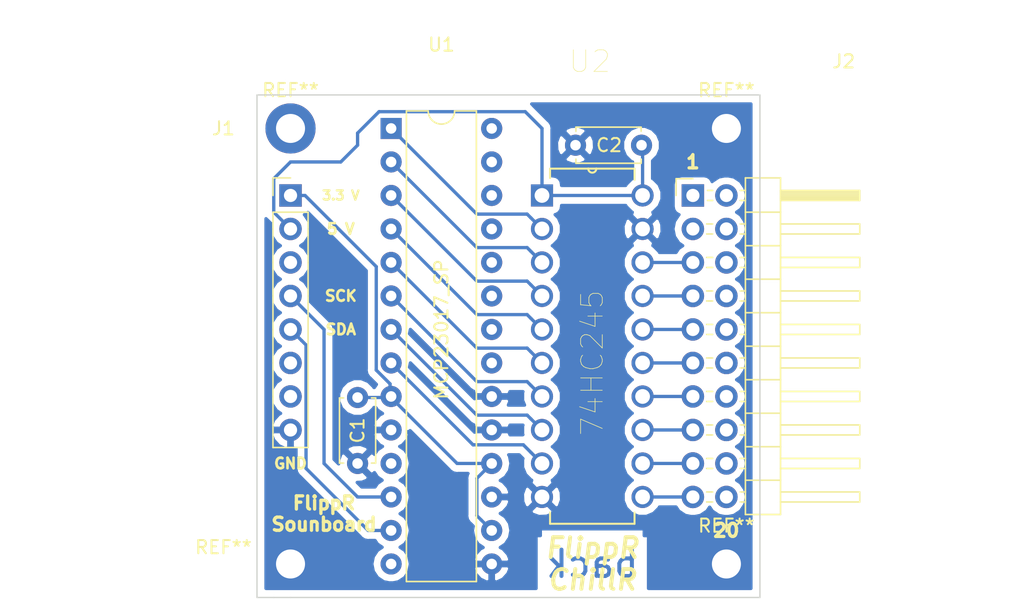
<source format=kicad_pcb>
(kicad_pcb (version 20171130) (host pcbnew 5.0.2-bee76a0~70~ubuntu18.04.1)

  (general
    (thickness 1.6)
    (drawings 18)
    (tracks 75)
    (zones 0)
    (modules 10)
    (nets 47)
  )

  (page A4)
  (layers
    (0 F.Cu signal)
    (31 B.Cu signal)
    (33 F.Adhes user)
    (35 F.Paste user)
    (37 F.SilkS user)
    (39 F.Mask user)
    (40 Dwgs.User user)
    (41 Cmts.User user)
    (42 Eco1.User user)
    (43 Eco2.User user)
    (44 Edge.Cuts user)
    (45 Margin user)
    (46 B.CrtYd user)
    (47 F.CrtYd user)
    (49 F.Fab user)
  )

  (setup
    (last_trace_width 0.25)
    (trace_clearance 0.2)
    (zone_clearance 0.508)
    (zone_45_only no)
    (trace_min 0.2)
    (segment_width 0.2)
    (edge_width 0.1)
    (via_size 0.8)
    (via_drill 0.4)
    (via_min_size 0.4)
    (via_min_drill 0.3)
    (uvia_size 0.3)
    (uvia_drill 0.1)
    (uvias_allowed no)
    (uvia_min_size 0.2)
    (uvia_min_drill 0.1)
    (pcb_text_width 0.3)
    (pcb_text_size 1.5 1.5)
    (mod_edge_width 0.15)
    (mod_text_size 1 1)
    (mod_text_width 0.15)
    (pad_size 1.5 1.5)
    (pad_drill 0.6)
    (pad_to_mask_clearance 0)
    (solder_mask_min_width 0.25)
    (aux_axis_origin 0 0)
    (visible_elements FFFFFF7F)
    (pcbplotparams
      (layerselection 0x010fc_ffffffff)
      (usegerberextensions false)
      (usegerberattributes false)
      (usegerberadvancedattributes false)
      (creategerberjobfile false)
      (excludeedgelayer true)
      (linewidth 0.100000)
      (plotframeref false)
      (viasonmask false)
      (mode 1)
      (useauxorigin false)
      (hpglpennumber 1)
      (hpglpenspeed 20)
      (hpglpendiameter 15.000000)
      (psnegative false)
      (psa4output false)
      (plotreference true)
      (plotvalue true)
      (plotinvisibletext false)
      (padsonsilk false)
      (subtractmaskfromsilk false)
      (outputformat 1)
      (mirror false)
      (drillshape 1)
      (scaleselection 1)
      (outputdirectory ""))
  )

  (net 0 "")
  (net 1 "Net-(U1-Pad1)")
  (net 2 GND)
  (net 3 "Net-(U1-Pad2)")
  (net 4 +3V3)
  (net 5 "Net-(U1-Pad3)")
  (net 6 "Net-(U1-Pad4)")
  (net 7 "Net-(U1-Pad5)")
  (net 8 "Net-(U1-Pad6)")
  (net 9 "Net-(U1-Pad7)")
  (net 10 "Net-(U1-Pad21)")
  (net 11 "Net-(U1-Pad8)")
  (net 12 "Net-(U1-Pad22)")
  (net 13 "Net-(U1-Pad23)")
  (net 14 "Net-(U1-Pad24)")
  (net 15 "Net-(U1-Pad11)")
  (net 16 "Net-(U1-Pad25)")
  (net 17 "Net-(U1-Pad26)")
  (net 18 /SDA)
  (net 19 "Net-(U1-Pad27)")
  (net 20 "Net-(U1-Pad14)")
  (net 21 "Net-(U1-Pad28)")
  (net 22 +5V)
  (net 23 "Net-(J2-Pad6)")
  (net 24 "Net-(J2-Pad8)")
  (net 25 "Net-(J2-Pad10)")
  (net 26 "Net-(J2-Pad12)")
  (net 27 "Net-(J2-Pad14)")
  (net 28 "Net-(J2-Pad16)")
  (net 29 "Net-(J2-Pad18)")
  (net 30 "Net-(J2-Pad20)")
  (net 31 "Net-(J2-Pad1)")
  (net 32 "Net-(J2-Pad2)")
  (net 33 "Net-(J2-Pad3)")
  (net 34 "Net-(J2-Pad4)")
  (net 35 "Net-(J2-Pad5)")
  (net 36 "Net-(J2-Pad7)")
  (net 37 "Net-(J2-Pad9)")
  (net 38 "Net-(J2-Pad11)")
  (net 39 "Net-(J2-Pad13)")
  (net 40 "Net-(J2-Pad17)")
  (net 41 "Net-(J2-Pad19)")
  (net 42 "Net-(J1-Pad3)")
  (net 43 "Net-(J1-Pad6)")
  (net 44 "Net-(J1-Pad7)")
  (net 45 /SCL)
  (net 46 /IRQ)

  (net_class Default "This is the default net class."
    (clearance 0.2)
    (trace_width 0.25)
    (via_dia 0.8)
    (via_drill 0.4)
    (uvia_dia 0.3)
    (uvia_drill 0.1)
    (add_net +3V3)
    (add_net +5V)
    (add_net /IRQ)
    (add_net /SCL)
    (add_net /SDA)
    (add_net GND)
    (add_net "Net-(J1-Pad3)")
    (add_net "Net-(J1-Pad6)")
    (add_net "Net-(J1-Pad7)")
    (add_net "Net-(J2-Pad1)")
    (add_net "Net-(J2-Pad10)")
    (add_net "Net-(J2-Pad11)")
    (add_net "Net-(J2-Pad12)")
    (add_net "Net-(J2-Pad13)")
    (add_net "Net-(J2-Pad14)")
    (add_net "Net-(J2-Pad16)")
    (add_net "Net-(J2-Pad17)")
    (add_net "Net-(J2-Pad18)")
    (add_net "Net-(J2-Pad19)")
    (add_net "Net-(J2-Pad2)")
    (add_net "Net-(J2-Pad20)")
    (add_net "Net-(J2-Pad3)")
    (add_net "Net-(J2-Pad4)")
    (add_net "Net-(J2-Pad5)")
    (add_net "Net-(J2-Pad6)")
    (add_net "Net-(J2-Pad7)")
    (add_net "Net-(J2-Pad8)")
    (add_net "Net-(J2-Pad9)")
    (add_net "Net-(U1-Pad1)")
    (add_net "Net-(U1-Pad11)")
    (add_net "Net-(U1-Pad14)")
    (add_net "Net-(U1-Pad2)")
    (add_net "Net-(U1-Pad21)")
    (add_net "Net-(U1-Pad22)")
    (add_net "Net-(U1-Pad23)")
    (add_net "Net-(U1-Pad24)")
    (add_net "Net-(U1-Pad25)")
    (add_net "Net-(U1-Pad26)")
    (add_net "Net-(U1-Pad27)")
    (add_net "Net-(U1-Pad28)")
    (add_net "Net-(U1-Pad3)")
    (add_net "Net-(U1-Pad4)")
    (add_net "Net-(U1-Pad5)")
    (add_net "Net-(U1-Pad6)")
    (add_net "Net-(U1-Pad7)")
    (add_net "Net-(U1-Pad8)")
  )

  (module Connector_PinHeader_2.54mm:PinHeader_1x08_P2.54mm_Vertical (layer F.Cu) (tedit 59FED5CC) (tstamp 5C5C22AC)
    (at 92.71 44.45)
    (descr "Through hole straight pin header, 1x08, 2.54mm pitch, single row")
    (tags "Through hole pin header THT 1x08 2.54mm single row")
    (path /5C4A1DD0)
    (fp_text reference J1 (at -5.08 -5.08) (layer F.SilkS)
      (effects (font (size 1 1) (thickness 0.15)))
    )
    (fp_text value Conn_01x08_Male (at -15.24 21.59) (layer F.Fab)
      (effects (font (size 1 1) (thickness 0.15)))
    )
    (fp_line (start -0.635 -1.27) (end 1.27 -1.27) (layer F.Fab) (width 0.1))
    (fp_line (start 1.27 -1.27) (end 1.27 19.05) (layer F.Fab) (width 0.1))
    (fp_line (start 1.27 19.05) (end -1.27 19.05) (layer F.Fab) (width 0.1))
    (fp_line (start -1.27 19.05) (end -1.27 -0.635) (layer F.Fab) (width 0.1))
    (fp_line (start -1.27 -0.635) (end -0.635 -1.27) (layer F.Fab) (width 0.1))
    (fp_line (start -1.33 19.11) (end 1.33 19.11) (layer F.SilkS) (width 0.12))
    (fp_line (start -1.33 1.27) (end -1.33 19.11) (layer F.SilkS) (width 0.12))
    (fp_line (start 1.33 1.27) (end 1.33 19.11) (layer F.SilkS) (width 0.12))
    (fp_line (start -1.33 1.27) (end 1.33 1.27) (layer F.SilkS) (width 0.12))
    (fp_line (start -1.33 0) (end -1.33 -1.33) (layer F.SilkS) (width 0.12))
    (fp_line (start -1.33 -1.33) (end 0 -1.33) (layer F.SilkS) (width 0.12))
    (fp_line (start -1.8 -1.8) (end -1.8 19.55) (layer F.CrtYd) (width 0.05))
    (fp_line (start -1.8 19.55) (end 1.8 19.55) (layer F.CrtYd) (width 0.05))
    (fp_line (start 1.8 19.55) (end 1.8 -1.8) (layer F.CrtYd) (width 0.05))
    (fp_line (start 1.8 -1.8) (end -1.8 -1.8) (layer F.CrtYd) (width 0.05))
    (fp_text user %R (at 0 8.89 90) (layer F.Fab)
      (effects (font (size 1 1) (thickness 0.15)))
    )
    (pad 1 thru_hole rect (at 0 0) (size 1.7 1.7) (drill 1) (layers *.Cu *.Mask)
      (net 4 +3V3))
    (pad 2 thru_hole oval (at 0 2.54) (size 1.7 1.7) (drill 1) (layers *.Cu *.Mask)
      (net 22 +5V))
    (pad 3 thru_hole oval (at 0 5.08) (size 1.7 1.7) (drill 1) (layers *.Cu *.Mask)
      (net 42 "Net-(J1-Pad3)"))
    (pad 4 thru_hole oval (at 0 7.62) (size 1.7 1.7) (drill 1) (layers *.Cu *.Mask)
      (net 45 /SCL))
    (pad 5 thru_hole oval (at 0 10.16) (size 1.7 1.7) (drill 1) (layers *.Cu *.Mask)
      (net 18 /SDA))
    (pad 6 thru_hole oval (at 0 12.7) (size 1.7 1.7) (drill 1) (layers *.Cu *.Mask)
      (net 43 "Net-(J1-Pad6)"))
    (pad 7 thru_hole oval (at 0 15.24) (size 1.7 1.7) (drill 1) (layers *.Cu *.Mask)
      (net 44 "Net-(J1-Pad7)"))
    (pad 8 thru_hole oval (at 0 17.78) (size 1.7 1.7) (drill 1) (layers *.Cu *.Mask)
      (net 2 GND))
    (model ${KISYS3DMOD}/Connector_PinHeader_2.54mm.3dshapes/PinHeader_1x08_P2.54mm_Vertical.wrl
      (at (xyz 0 0 0))
      (scale (xyz 1 1 1))
      (rotate (xyz 0 0 0))
    )
  )

  (module Connector_PinHeader_2.54mm:PinHeader_2x10_P2.54mm_Horizontal (layer F.Cu) (tedit 59FED5CB) (tstamp 5C5C2121)
    (at 123.19 44.45)
    (descr "Through hole angled pin header, 2x10, 2.54mm pitch, 6mm pin length, double rows")
    (tags "Through hole angled pin header THT 2x10 2.54mm double row")
    (path /5C4A3D78)
    (fp_text reference J2 (at 11.43 -10.16) (layer F.SilkS)
      (effects (font (size 1 1) (thickness 0.15)))
    )
    (fp_text value Conn_02x10_Odd_Even (at 16.51 29.21) (layer F.Fab)
      (effects (font (size 1 1) (thickness 0.15)))
    )
    (fp_line (start 4.675 -1.27) (end 6.58 -1.27) (layer F.Fab) (width 0.1))
    (fp_line (start 6.58 -1.27) (end 6.58 24.13) (layer F.Fab) (width 0.1))
    (fp_line (start 6.58 24.13) (end 4.04 24.13) (layer F.Fab) (width 0.1))
    (fp_line (start 4.04 24.13) (end 4.04 -0.635) (layer F.Fab) (width 0.1))
    (fp_line (start 4.04 -0.635) (end 4.675 -1.27) (layer F.Fab) (width 0.1))
    (fp_line (start -0.32 -0.32) (end 4.04 -0.32) (layer F.Fab) (width 0.1))
    (fp_line (start -0.32 -0.32) (end -0.32 0.32) (layer F.Fab) (width 0.1))
    (fp_line (start -0.32 0.32) (end 4.04 0.32) (layer F.Fab) (width 0.1))
    (fp_line (start 6.58 -0.32) (end 12.58 -0.32) (layer F.Fab) (width 0.1))
    (fp_line (start 12.58 -0.32) (end 12.58 0.32) (layer F.Fab) (width 0.1))
    (fp_line (start 6.58 0.32) (end 12.58 0.32) (layer F.Fab) (width 0.1))
    (fp_line (start -0.32 2.22) (end 4.04 2.22) (layer F.Fab) (width 0.1))
    (fp_line (start -0.32 2.22) (end -0.32 2.86) (layer F.Fab) (width 0.1))
    (fp_line (start -0.32 2.86) (end 4.04 2.86) (layer F.Fab) (width 0.1))
    (fp_line (start 6.58 2.22) (end 12.58 2.22) (layer F.Fab) (width 0.1))
    (fp_line (start 12.58 2.22) (end 12.58 2.86) (layer F.Fab) (width 0.1))
    (fp_line (start 6.58 2.86) (end 12.58 2.86) (layer F.Fab) (width 0.1))
    (fp_line (start -0.32 4.76) (end 4.04 4.76) (layer F.Fab) (width 0.1))
    (fp_line (start -0.32 4.76) (end -0.32 5.4) (layer F.Fab) (width 0.1))
    (fp_line (start -0.32 5.4) (end 4.04 5.4) (layer F.Fab) (width 0.1))
    (fp_line (start 6.58 4.76) (end 12.58 4.76) (layer F.Fab) (width 0.1))
    (fp_line (start 12.58 4.76) (end 12.58 5.4) (layer F.Fab) (width 0.1))
    (fp_line (start 6.58 5.4) (end 12.58 5.4) (layer F.Fab) (width 0.1))
    (fp_line (start -0.32 7.3) (end 4.04 7.3) (layer F.Fab) (width 0.1))
    (fp_line (start -0.32 7.3) (end -0.32 7.94) (layer F.Fab) (width 0.1))
    (fp_line (start -0.32 7.94) (end 4.04 7.94) (layer F.Fab) (width 0.1))
    (fp_line (start 6.58 7.3) (end 12.58 7.3) (layer F.Fab) (width 0.1))
    (fp_line (start 12.58 7.3) (end 12.58 7.94) (layer F.Fab) (width 0.1))
    (fp_line (start 6.58 7.94) (end 12.58 7.94) (layer F.Fab) (width 0.1))
    (fp_line (start -0.32 9.84) (end 4.04 9.84) (layer F.Fab) (width 0.1))
    (fp_line (start -0.32 9.84) (end -0.32 10.48) (layer F.Fab) (width 0.1))
    (fp_line (start -0.32 10.48) (end 4.04 10.48) (layer F.Fab) (width 0.1))
    (fp_line (start 6.58 9.84) (end 12.58 9.84) (layer F.Fab) (width 0.1))
    (fp_line (start 12.58 9.84) (end 12.58 10.48) (layer F.Fab) (width 0.1))
    (fp_line (start 6.58 10.48) (end 12.58 10.48) (layer F.Fab) (width 0.1))
    (fp_line (start -0.32 12.38) (end 4.04 12.38) (layer F.Fab) (width 0.1))
    (fp_line (start -0.32 12.38) (end -0.32 13.02) (layer F.Fab) (width 0.1))
    (fp_line (start -0.32 13.02) (end 4.04 13.02) (layer F.Fab) (width 0.1))
    (fp_line (start 6.58 12.38) (end 12.58 12.38) (layer F.Fab) (width 0.1))
    (fp_line (start 12.58 12.38) (end 12.58 13.02) (layer F.Fab) (width 0.1))
    (fp_line (start 6.58 13.02) (end 12.58 13.02) (layer F.Fab) (width 0.1))
    (fp_line (start -0.32 14.92) (end 4.04 14.92) (layer F.Fab) (width 0.1))
    (fp_line (start -0.32 14.92) (end -0.32 15.56) (layer F.Fab) (width 0.1))
    (fp_line (start -0.32 15.56) (end 4.04 15.56) (layer F.Fab) (width 0.1))
    (fp_line (start 6.58 14.92) (end 12.58 14.92) (layer F.Fab) (width 0.1))
    (fp_line (start 12.58 14.92) (end 12.58 15.56) (layer F.Fab) (width 0.1))
    (fp_line (start 6.58 15.56) (end 12.58 15.56) (layer F.Fab) (width 0.1))
    (fp_line (start -0.32 17.46) (end 4.04 17.46) (layer F.Fab) (width 0.1))
    (fp_line (start -0.32 17.46) (end -0.32 18.1) (layer F.Fab) (width 0.1))
    (fp_line (start -0.32 18.1) (end 4.04 18.1) (layer F.Fab) (width 0.1))
    (fp_line (start 6.58 17.46) (end 12.58 17.46) (layer F.Fab) (width 0.1))
    (fp_line (start 12.58 17.46) (end 12.58 18.1) (layer F.Fab) (width 0.1))
    (fp_line (start 6.58 18.1) (end 12.58 18.1) (layer F.Fab) (width 0.1))
    (fp_line (start -0.32 20) (end 4.04 20) (layer F.Fab) (width 0.1))
    (fp_line (start -0.32 20) (end -0.32 20.64) (layer F.Fab) (width 0.1))
    (fp_line (start -0.32 20.64) (end 4.04 20.64) (layer F.Fab) (width 0.1))
    (fp_line (start 6.58 20) (end 12.58 20) (layer F.Fab) (width 0.1))
    (fp_line (start 12.58 20) (end 12.58 20.64) (layer F.Fab) (width 0.1))
    (fp_line (start 6.58 20.64) (end 12.58 20.64) (layer F.Fab) (width 0.1))
    (fp_line (start -0.32 22.54) (end 4.04 22.54) (layer F.Fab) (width 0.1))
    (fp_line (start -0.32 22.54) (end -0.32 23.18) (layer F.Fab) (width 0.1))
    (fp_line (start -0.32 23.18) (end 4.04 23.18) (layer F.Fab) (width 0.1))
    (fp_line (start 6.58 22.54) (end 12.58 22.54) (layer F.Fab) (width 0.1))
    (fp_line (start 12.58 22.54) (end 12.58 23.18) (layer F.Fab) (width 0.1))
    (fp_line (start 6.58 23.18) (end 12.58 23.18) (layer F.Fab) (width 0.1))
    (fp_line (start 3.98 -1.33) (end 3.98 24.19) (layer F.SilkS) (width 0.12))
    (fp_line (start 3.98 24.19) (end 6.64 24.19) (layer F.SilkS) (width 0.12))
    (fp_line (start 6.64 24.19) (end 6.64 -1.33) (layer F.SilkS) (width 0.12))
    (fp_line (start 6.64 -1.33) (end 3.98 -1.33) (layer F.SilkS) (width 0.12))
    (fp_line (start 6.64 -0.38) (end 12.64 -0.38) (layer F.SilkS) (width 0.12))
    (fp_line (start 12.64 -0.38) (end 12.64 0.38) (layer F.SilkS) (width 0.12))
    (fp_line (start 12.64 0.38) (end 6.64 0.38) (layer F.SilkS) (width 0.12))
    (fp_line (start 6.64 -0.32) (end 12.64 -0.32) (layer F.SilkS) (width 0.12))
    (fp_line (start 6.64 -0.2) (end 12.64 -0.2) (layer F.SilkS) (width 0.12))
    (fp_line (start 6.64 -0.08) (end 12.64 -0.08) (layer F.SilkS) (width 0.12))
    (fp_line (start 6.64 0.04) (end 12.64 0.04) (layer F.SilkS) (width 0.12))
    (fp_line (start 6.64 0.16) (end 12.64 0.16) (layer F.SilkS) (width 0.12))
    (fp_line (start 6.64 0.28) (end 12.64 0.28) (layer F.SilkS) (width 0.12))
    (fp_line (start 3.582929 -0.38) (end 3.98 -0.38) (layer F.SilkS) (width 0.12))
    (fp_line (start 3.582929 0.38) (end 3.98 0.38) (layer F.SilkS) (width 0.12))
    (fp_line (start 1.11 -0.38) (end 1.497071 -0.38) (layer F.SilkS) (width 0.12))
    (fp_line (start 1.11 0.38) (end 1.497071 0.38) (layer F.SilkS) (width 0.12))
    (fp_line (start 3.98 1.27) (end 6.64 1.27) (layer F.SilkS) (width 0.12))
    (fp_line (start 6.64 2.16) (end 12.64 2.16) (layer F.SilkS) (width 0.12))
    (fp_line (start 12.64 2.16) (end 12.64 2.92) (layer F.SilkS) (width 0.12))
    (fp_line (start 12.64 2.92) (end 6.64 2.92) (layer F.SilkS) (width 0.12))
    (fp_line (start 3.582929 2.16) (end 3.98 2.16) (layer F.SilkS) (width 0.12))
    (fp_line (start 3.582929 2.92) (end 3.98 2.92) (layer F.SilkS) (width 0.12))
    (fp_line (start 1.042929 2.16) (end 1.497071 2.16) (layer F.SilkS) (width 0.12))
    (fp_line (start 1.042929 2.92) (end 1.497071 2.92) (layer F.SilkS) (width 0.12))
    (fp_line (start 3.98 3.81) (end 6.64 3.81) (layer F.SilkS) (width 0.12))
    (fp_line (start 6.64 4.7) (end 12.64 4.7) (layer F.SilkS) (width 0.12))
    (fp_line (start 12.64 4.7) (end 12.64 5.46) (layer F.SilkS) (width 0.12))
    (fp_line (start 12.64 5.46) (end 6.64 5.46) (layer F.SilkS) (width 0.12))
    (fp_line (start 3.582929 4.7) (end 3.98 4.7) (layer F.SilkS) (width 0.12))
    (fp_line (start 3.582929 5.46) (end 3.98 5.46) (layer F.SilkS) (width 0.12))
    (fp_line (start 1.042929 4.7) (end 1.497071 4.7) (layer F.SilkS) (width 0.12))
    (fp_line (start 1.042929 5.46) (end 1.497071 5.46) (layer F.SilkS) (width 0.12))
    (fp_line (start 3.98 6.35) (end 6.64 6.35) (layer F.SilkS) (width 0.12))
    (fp_line (start 6.64 7.24) (end 12.64 7.24) (layer F.SilkS) (width 0.12))
    (fp_line (start 12.64 7.24) (end 12.64 8) (layer F.SilkS) (width 0.12))
    (fp_line (start 12.64 8) (end 6.64 8) (layer F.SilkS) (width 0.12))
    (fp_line (start 3.582929 7.24) (end 3.98 7.24) (layer F.SilkS) (width 0.12))
    (fp_line (start 3.582929 8) (end 3.98 8) (layer F.SilkS) (width 0.12))
    (fp_line (start 1.042929 7.24) (end 1.497071 7.24) (layer F.SilkS) (width 0.12))
    (fp_line (start 1.042929 8) (end 1.497071 8) (layer F.SilkS) (width 0.12))
    (fp_line (start 3.98 8.89) (end 6.64 8.89) (layer F.SilkS) (width 0.12))
    (fp_line (start 6.64 9.78) (end 12.64 9.78) (layer F.SilkS) (width 0.12))
    (fp_line (start 12.64 9.78) (end 12.64 10.54) (layer F.SilkS) (width 0.12))
    (fp_line (start 12.64 10.54) (end 6.64 10.54) (layer F.SilkS) (width 0.12))
    (fp_line (start 3.582929 9.78) (end 3.98 9.78) (layer F.SilkS) (width 0.12))
    (fp_line (start 3.582929 10.54) (end 3.98 10.54) (layer F.SilkS) (width 0.12))
    (fp_line (start 1.042929 9.78) (end 1.497071 9.78) (layer F.SilkS) (width 0.12))
    (fp_line (start 1.042929 10.54) (end 1.497071 10.54) (layer F.SilkS) (width 0.12))
    (fp_line (start 3.98 11.43) (end 6.64 11.43) (layer F.SilkS) (width 0.12))
    (fp_line (start 6.64 12.32) (end 12.64 12.32) (layer F.SilkS) (width 0.12))
    (fp_line (start 12.64 12.32) (end 12.64 13.08) (layer F.SilkS) (width 0.12))
    (fp_line (start 12.64 13.08) (end 6.64 13.08) (layer F.SilkS) (width 0.12))
    (fp_line (start 3.582929 12.32) (end 3.98 12.32) (layer F.SilkS) (width 0.12))
    (fp_line (start 3.582929 13.08) (end 3.98 13.08) (layer F.SilkS) (width 0.12))
    (fp_line (start 1.042929 12.32) (end 1.497071 12.32) (layer F.SilkS) (width 0.12))
    (fp_line (start 1.042929 13.08) (end 1.497071 13.08) (layer F.SilkS) (width 0.12))
    (fp_line (start 3.98 13.97) (end 6.64 13.97) (layer F.SilkS) (width 0.12))
    (fp_line (start 6.64 14.86) (end 12.64 14.86) (layer F.SilkS) (width 0.12))
    (fp_line (start 12.64 14.86) (end 12.64 15.62) (layer F.SilkS) (width 0.12))
    (fp_line (start 12.64 15.62) (end 6.64 15.62) (layer F.SilkS) (width 0.12))
    (fp_line (start 3.582929 14.86) (end 3.98 14.86) (layer F.SilkS) (width 0.12))
    (fp_line (start 3.582929 15.62) (end 3.98 15.62) (layer F.SilkS) (width 0.12))
    (fp_line (start 1.042929 14.86) (end 1.497071 14.86) (layer F.SilkS) (width 0.12))
    (fp_line (start 1.042929 15.62) (end 1.497071 15.62) (layer F.SilkS) (width 0.12))
    (fp_line (start 3.98 16.51) (end 6.64 16.51) (layer F.SilkS) (width 0.12))
    (fp_line (start 6.64 17.4) (end 12.64 17.4) (layer F.SilkS) (width 0.12))
    (fp_line (start 12.64 17.4) (end 12.64 18.16) (layer F.SilkS) (width 0.12))
    (fp_line (start 12.64 18.16) (end 6.64 18.16) (layer F.SilkS) (width 0.12))
    (fp_line (start 3.582929 17.4) (end 3.98 17.4) (layer F.SilkS) (width 0.12))
    (fp_line (start 3.582929 18.16) (end 3.98 18.16) (layer F.SilkS) (width 0.12))
    (fp_line (start 1.042929 17.4) (end 1.497071 17.4) (layer F.SilkS) (width 0.12))
    (fp_line (start 1.042929 18.16) (end 1.497071 18.16) (layer F.SilkS) (width 0.12))
    (fp_line (start 3.98 19.05) (end 6.64 19.05) (layer F.SilkS) (width 0.12))
    (fp_line (start 6.64 19.94) (end 12.64 19.94) (layer F.SilkS) (width 0.12))
    (fp_line (start 12.64 19.94) (end 12.64 20.7) (layer F.SilkS) (width 0.12))
    (fp_line (start 12.64 20.7) (end 6.64 20.7) (layer F.SilkS) (width 0.12))
    (fp_line (start 3.582929 19.94) (end 3.98 19.94) (layer F.SilkS) (width 0.12))
    (fp_line (start 3.582929 20.7) (end 3.98 20.7) (layer F.SilkS) (width 0.12))
    (fp_line (start 1.042929 19.94) (end 1.497071 19.94) (layer F.SilkS) (width 0.12))
    (fp_line (start 1.042929 20.7) (end 1.497071 20.7) (layer F.SilkS) (width 0.12))
    (fp_line (start 3.98 21.59) (end 6.64 21.59) (layer F.SilkS) (width 0.12))
    (fp_line (start 6.64 22.48) (end 12.64 22.48) (layer F.SilkS) (width 0.12))
    (fp_line (start 12.64 22.48) (end 12.64 23.24) (layer F.SilkS) (width 0.12))
    (fp_line (start 12.64 23.24) (end 6.64 23.24) (layer F.SilkS) (width 0.12))
    (fp_line (start 3.582929 22.48) (end 3.98 22.48) (layer F.SilkS) (width 0.12))
    (fp_line (start 3.582929 23.24) (end 3.98 23.24) (layer F.SilkS) (width 0.12))
    (fp_line (start 1.042929 22.48) (end 1.497071 22.48) (layer F.SilkS) (width 0.12))
    (fp_line (start 1.042929 23.24) (end 1.497071 23.24) (layer F.SilkS) (width 0.12))
    (fp_line (start -1.27 0) (end -1.27 -1.27) (layer F.SilkS) (width 0.12))
    (fp_line (start -1.27 -1.27) (end 0 -1.27) (layer F.SilkS) (width 0.12))
    (fp_line (start -1.8 -1.8) (end -1.8 24.65) (layer F.CrtYd) (width 0.05))
    (fp_line (start -1.8 24.65) (end 13.1 24.65) (layer F.CrtYd) (width 0.05))
    (fp_line (start 13.1 24.65) (end 13.1 -1.8) (layer F.CrtYd) (width 0.05))
    (fp_line (start 13.1 -1.8) (end -1.8 -1.8) (layer F.CrtYd) (width 0.05))
    (fp_text user %R (at 5.31 11.43 90) (layer F.Fab)
      (effects (font (size 1 1) (thickness 0.15)))
    )
    (pad 1 thru_hole rect (at 0 0) (size 1.7 1.7) (drill 1) (layers *.Cu *.Mask)
      (net 31 "Net-(J2-Pad1)"))
    (pad 2 thru_hole oval (at 2.54 0) (size 1.7 1.7) (drill 1) (layers *.Cu *.Mask)
      (net 32 "Net-(J2-Pad2)"))
    (pad 3 thru_hole oval (at 0 2.54) (size 1.7 1.7) (drill 1) (layers *.Cu *.Mask)
      (net 33 "Net-(J2-Pad3)"))
    (pad 4 thru_hole oval (at 2.54 2.54) (size 1.7 1.7) (drill 1) (layers *.Cu *.Mask)
      (net 34 "Net-(J2-Pad4)"))
    (pad 5 thru_hole oval (at 0 5.08) (size 1.7 1.7) (drill 1) (layers *.Cu *.Mask)
      (net 35 "Net-(J2-Pad5)"))
    (pad 6 thru_hole oval (at 2.54 5.08) (size 1.7 1.7) (drill 1) (layers *.Cu *.Mask)
      (net 23 "Net-(J2-Pad6)"))
    (pad 7 thru_hole oval (at 0 7.62) (size 1.7 1.7) (drill 1) (layers *.Cu *.Mask)
      (net 36 "Net-(J2-Pad7)"))
    (pad 8 thru_hole oval (at 2.54 7.62) (size 1.7 1.7) (drill 1) (layers *.Cu *.Mask)
      (net 24 "Net-(J2-Pad8)"))
    (pad 9 thru_hole oval (at 0 10.16) (size 1.7 1.7) (drill 1) (layers *.Cu *.Mask)
      (net 37 "Net-(J2-Pad9)"))
    (pad 10 thru_hole oval (at 2.54 10.16) (size 1.7 1.7) (drill 1) (layers *.Cu *.Mask)
      (net 25 "Net-(J2-Pad10)"))
    (pad 11 thru_hole oval (at 0 12.7) (size 1.7 1.7) (drill 1) (layers *.Cu *.Mask)
      (net 38 "Net-(J2-Pad11)"))
    (pad 12 thru_hole oval (at 2.54 12.7) (size 1.7 1.7) (drill 1) (layers *.Cu *.Mask)
      (net 26 "Net-(J2-Pad12)"))
    (pad 13 thru_hole oval (at 0 15.24) (size 1.7 1.7) (drill 1) (layers *.Cu *.Mask)
      (net 39 "Net-(J2-Pad13)"))
    (pad 14 thru_hole oval (at 2.54 15.24) (size 1.7 1.7) (drill 1) (layers *.Cu *.Mask)
      (net 27 "Net-(J2-Pad14)"))
    (pad 15 thru_hole oval (at 0 17.78) (size 1.7 1.7) (drill 1) (layers *.Cu *.Mask)
      (net 46 /IRQ))
    (pad 16 thru_hole oval (at 2.54 17.78) (size 1.7 1.7) (drill 1) (layers *.Cu *.Mask)
      (net 28 "Net-(J2-Pad16)"))
    (pad 17 thru_hole oval (at 0 20.32) (size 1.7 1.7) (drill 1) (layers *.Cu *.Mask)
      (net 40 "Net-(J2-Pad17)"))
    (pad 18 thru_hole oval (at 2.54 20.32) (size 1.7 1.7) (drill 1) (layers *.Cu *.Mask)
      (net 29 "Net-(J2-Pad18)"))
    (pad 19 thru_hole oval (at 0 22.86) (size 1.7 1.7) (drill 1) (layers *.Cu *.Mask)
      (net 41 "Net-(J2-Pad19)"))
    (pad 20 thru_hole oval (at 2.54 22.86) (size 1.7 1.7) (drill 1) (layers *.Cu *.Mask)
      (net 30 "Net-(J2-Pad20)"))
    (model ${KISYS3DMOD}/Connector_PinHeader_2.54mm.3dshapes/PinHeader_2x10_P2.54mm_Horizontal.wrl
      (at (xyz 0 0 0))
      (scale (xyz 1 1 1))
      (rotate (xyz 0 0 0))
    )
  )

  (module Package_DIP:DIP-28_W7.62mm (layer F.Cu) (tedit 5C5C0B3C) (tstamp 5C5C200B)
    (at 100.33 39.37)
    (descr "28-lead though-hole mounted DIP package, row spacing 7.62 mm (300 mils)")
    (tags "THT DIP DIL PDIP 2.54mm 7.62mm 300mil")
    (path /5C4A2167)
    (fp_text reference U1 (at 3.81 -6.35) (layer F.SilkS)
      (effects (font (size 1 1) (thickness 0.15)))
    )
    (fp_text value MCP23017_SP (at 3.81 15.24 90) (layer F.SilkS)
      (effects (font (size 1 1) (thickness 0.15)))
    )
    (fp_arc (start 3.81 -1.33) (end 2.81 -1.33) (angle -180) (layer F.SilkS) (width 0.12))
    (fp_line (start 1.635 -1.27) (end 6.985 -1.27) (layer F.Fab) (width 0.1))
    (fp_line (start 6.985 -1.27) (end 6.985 34.29) (layer F.Fab) (width 0.1))
    (fp_line (start 6.985 34.29) (end 0.635 34.29) (layer F.Fab) (width 0.1))
    (fp_line (start 0.635 34.29) (end 0.635 -0.27) (layer F.Fab) (width 0.1))
    (fp_line (start 0.635 -0.27) (end 1.635 -1.27) (layer F.Fab) (width 0.1))
    (fp_line (start 2.81 -1.33) (end 1.16 -1.33) (layer F.SilkS) (width 0.12))
    (fp_line (start 1.16 -1.33) (end 1.16 34.35) (layer F.SilkS) (width 0.12))
    (fp_line (start 1.16 34.35) (end 6.46 34.35) (layer F.SilkS) (width 0.12))
    (fp_line (start 6.46 34.35) (end 6.46 -1.33) (layer F.SilkS) (width 0.12))
    (fp_line (start 6.46 -1.33) (end 4.81 -1.33) (layer F.SilkS) (width 0.12))
    (fp_line (start -1.1 -1.55) (end -1.1 34.55) (layer F.CrtYd) (width 0.05))
    (fp_line (start -1.1 34.55) (end 8.7 34.55) (layer F.CrtYd) (width 0.05))
    (fp_line (start 8.7 34.55) (end 8.7 -1.55) (layer F.CrtYd) (width 0.05))
    (fp_line (start 8.7 -1.55) (end -1.1 -1.55) (layer F.CrtYd) (width 0.05))
    (fp_text user %R (at -5.08 -8.89) (layer F.Fab)
      (effects (font (size 1 1) (thickness 0.15)))
    )
    (pad 1 thru_hole rect (at 0 0) (size 1.6 1.6) (drill 0.8) (layers *.Cu *.Mask)
      (net 1 "Net-(U1-Pad1)"))
    (pad 15 thru_hole oval (at 7.62 33.02) (size 1.6 1.6) (drill 0.8) (layers *.Cu *.Mask)
      (net 2 GND))
    (pad 2 thru_hole oval (at 0 2.54) (size 1.6 1.6) (drill 0.8) (layers *.Cu *.Mask)
      (net 3 "Net-(U1-Pad2)"))
    (pad 16 thru_hole oval (at 7.62 30.48) (size 1.6 1.6) (drill 0.8) (layers *.Cu *.Mask)
      (net 4 +3V3))
    (pad 3 thru_hole oval (at 0 5.08) (size 1.6 1.6) (drill 0.8) (layers *.Cu *.Mask)
      (net 5 "Net-(U1-Pad3)"))
    (pad 17 thru_hole oval (at 7.62 27.94) (size 1.6 1.6) (drill 0.8) (layers *.Cu *.Mask)
      (net 2 GND))
    (pad 4 thru_hole oval (at 0 7.62) (size 1.6 1.6) (drill 0.8) (layers *.Cu *.Mask)
      (net 6 "Net-(U1-Pad4)"))
    (pad 18 thru_hole oval (at 7.62 25.4) (size 1.6 1.6) (drill 0.8) (layers *.Cu *.Mask)
      (net 4 +3V3))
    (pad 5 thru_hole oval (at 0 10.16) (size 1.6 1.6) (drill 0.8) (layers *.Cu *.Mask)
      (net 7 "Net-(U1-Pad5)"))
    (pad 19 thru_hole oval (at 7.62 22.86) (size 1.6 1.6) (drill 0.8) (layers *.Cu *.Mask)
      (net 2 GND))
    (pad 6 thru_hole oval (at 0 12.7) (size 1.6 1.6) (drill 0.8) (layers *.Cu *.Mask)
      (net 8 "Net-(U1-Pad6)"))
    (pad 20 thru_hole oval (at 7.62 20.32) (size 1.6 1.6) (drill 0.8) (layers *.Cu *.Mask)
      (net 2 GND))
    (pad 7 thru_hole oval (at 0 15.24) (size 1.6 1.6) (drill 0.8) (layers *.Cu *.Mask)
      (net 9 "Net-(U1-Pad7)"))
    (pad 21 thru_hole oval (at 7.62 17.78) (size 1.6 1.6) (drill 0.8) (layers *.Cu *.Mask)
      (net 10 "Net-(U1-Pad21)"))
    (pad 8 thru_hole oval (at 0 17.78) (size 1.6 1.6) (drill 0.8) (layers *.Cu *.Mask)
      (net 11 "Net-(U1-Pad8)"))
    (pad 22 thru_hole oval (at 7.62 15.24) (size 1.6 1.6) (drill 0.8) (layers *.Cu *.Mask)
      (net 12 "Net-(U1-Pad22)"))
    (pad 9 thru_hole oval (at 0 20.32) (size 1.6 1.6) (drill 0.8) (layers *.Cu *.Mask)
      (net 4 +3V3))
    (pad 23 thru_hole oval (at 7.62 12.7) (size 1.6 1.6) (drill 0.8) (layers *.Cu *.Mask)
      (net 13 "Net-(U1-Pad23)"))
    (pad 10 thru_hole oval (at 0 22.86) (size 1.6 1.6) (drill 0.8) (layers *.Cu *.Mask)
      (net 2 GND))
    (pad 24 thru_hole oval (at 7.62 10.16) (size 1.6 1.6) (drill 0.8) (layers *.Cu *.Mask)
      (net 14 "Net-(U1-Pad24)"))
    (pad 11 thru_hole oval (at 0 25.4) (size 1.6 1.6) (drill 0.8) (layers *.Cu *.Mask)
      (net 15 "Net-(U1-Pad11)"))
    (pad 25 thru_hole oval (at 7.62 7.62) (size 1.6 1.6) (drill 0.8) (layers *.Cu *.Mask)
      (net 16 "Net-(U1-Pad25)"))
    (pad 12 thru_hole oval (at 0 27.94) (size 1.6 1.6) (drill 0.8) (layers *.Cu *.Mask)
      (net 45 /SCL))
    (pad 26 thru_hole oval (at 7.62 5.08) (size 1.6 1.6) (drill 0.8) (layers *.Cu *.Mask)
      (net 17 "Net-(U1-Pad26)"))
    (pad 13 thru_hole oval (at 0 30.48) (size 1.6 1.6) (drill 0.8) (layers *.Cu *.Mask)
      (net 18 /SDA))
    (pad 27 thru_hole oval (at 7.62 2.54) (size 1.6 1.6) (drill 0.8) (layers *.Cu *.Mask)
      (net 19 "Net-(U1-Pad27)"))
    (pad 14 thru_hole oval (at 0 33.02) (size 1.6 1.6) (drill 0.8) (layers *.Cu *.Mask)
      (net 20 "Net-(U1-Pad14)"))
    (pad 28 thru_hole oval (at 7.62 0) (size 1.6 1.6) (drill 0.8) (layers *.Cu *.Mask)
      (net 21 "Net-(U1-Pad28)"))
    (model ${KISYS3DMOD}/Package_DIP.3dshapes/DIP-28_W7.62mm.wrl
      (at (xyz 0 0 0))
      (scale (xyz 1 1 1))
      (rotate (xyz 0 0 0))
    )
  )

  (module 74HCT245N:DIP254P762X420-20 (layer F.Cu) (tedit 0) (tstamp 5C5C1EEE)
    (at 119.38 67.31)
    (path /5C4A240D)
    (fp_text reference U2 (at -3.99482 -33.02) (layer F.SilkS)
      (effects (font (size 1.64289 1.64289) (thickness 0.05)))
    )
    (fp_text value 74HC245 (at -3.81 -10.16 90) (layer F.SilkS)
      (effects (font (size 1.6412 1.6412) (thickness 0.05)))
    )
    (fp_line (start -0.6096 -24.0284) (end -0.6096 -24.892) (layer F.SilkS) (width 0.1524))
    (fp_line (start -7.0104 2.032) (end -0.6096 2.032) (layer F.SilkS) (width 0.1524))
    (fp_line (start -0.6096 2.032) (end -0.6096 1.1684) (layer F.SilkS) (width 0.1524))
    (fp_line (start -0.6096 -24.892) (end -3.5052 -24.892) (layer F.SilkS) (width 0.1524))
    (fp_line (start -3.5052 -24.892) (end -4.1148 -24.892) (layer F.SilkS) (width 0.1524))
    (fp_line (start -4.1148 -24.892) (end -7.0104 -24.892) (layer F.SilkS) (width 0.1524))
    (fp_line (start -7.0104 -24.892) (end -7.0104 -24.1808) (layer F.SilkS) (width 0.1524))
    (fp_line (start -7.0104 1.1684) (end -7.0104 2.032) (layer F.SilkS) (width 0.1524))
    (fp_arc (start -3.81 -24.892) (end -4.1148 -24.892) (angle -180) (layer F.SilkS) (width 0.1524))
    (fp_line (start -7.0104 -22.3012) (end -7.0104 -23.4188) (layer Dwgs.User) (width 0.1))
    (fp_line (start -7.0104 -23.4188) (end -8.1788 -23.4188) (layer Dwgs.User) (width 0.1))
    (fp_line (start -8.1788 -23.4188) (end -8.1788 -22.3012) (layer Dwgs.User) (width 0.1))
    (fp_line (start -8.1788 -22.3012) (end -7.0104 -22.3012) (layer Dwgs.User) (width 0.1))
    (fp_line (start -7.0104 -19.7612) (end -7.0104 -20.8788) (layer Dwgs.User) (width 0.1))
    (fp_line (start -7.0104 -20.8788) (end -8.1788 -20.8788) (layer Dwgs.User) (width 0.1))
    (fp_line (start -8.1788 -20.8788) (end -8.1788 -19.7612) (layer Dwgs.User) (width 0.1))
    (fp_line (start -8.1788 -19.7612) (end -7.0104 -19.7612) (layer Dwgs.User) (width 0.1))
    (fp_line (start -7.0104 -17.2212) (end -7.0104 -18.3388) (layer Dwgs.User) (width 0.1))
    (fp_line (start -7.0104 -18.3388) (end -8.1788 -18.3388) (layer Dwgs.User) (width 0.1))
    (fp_line (start -8.1788 -18.3388) (end -8.1788 -17.2212) (layer Dwgs.User) (width 0.1))
    (fp_line (start -8.1788 -17.2212) (end -7.0104 -17.2212) (layer Dwgs.User) (width 0.1))
    (fp_line (start -7.0104 -14.6812) (end -7.0104 -15.7988) (layer Dwgs.User) (width 0.1))
    (fp_line (start -7.0104 -15.7988) (end -8.1788 -15.7988) (layer Dwgs.User) (width 0.1))
    (fp_line (start -8.1788 -15.7988) (end -8.1788 -14.6812) (layer Dwgs.User) (width 0.1))
    (fp_line (start -8.1788 -14.6812) (end -7.0104 -14.6812) (layer Dwgs.User) (width 0.1))
    (fp_line (start -7.0104 -12.1412) (end -7.0104 -13.2588) (layer Dwgs.User) (width 0.1))
    (fp_line (start -7.0104 -13.2588) (end -8.1788 -13.2588) (layer Dwgs.User) (width 0.1))
    (fp_line (start -8.1788 -13.2588) (end -8.1788 -12.1412) (layer Dwgs.User) (width 0.1))
    (fp_line (start -8.1788 -12.1412) (end -7.0104 -12.1412) (layer Dwgs.User) (width 0.1))
    (fp_line (start -7.0104 -9.6012) (end -7.0104 -10.7188) (layer Dwgs.User) (width 0.1))
    (fp_line (start -7.0104 -10.7188) (end -8.1788 -10.7188) (layer Dwgs.User) (width 0.1))
    (fp_line (start -8.1788 -10.7188) (end -8.1788 -9.6012) (layer Dwgs.User) (width 0.1))
    (fp_line (start -8.1788 -9.6012) (end -7.0104 -9.6012) (layer Dwgs.User) (width 0.1))
    (fp_line (start -7.0104 -7.0612) (end -7.0104 -8.1788) (layer Dwgs.User) (width 0.1))
    (fp_line (start -7.0104 -8.1788) (end -8.1788 -8.1788) (layer Dwgs.User) (width 0.1))
    (fp_line (start -8.1788 -8.1788) (end -8.1788 -7.0612) (layer Dwgs.User) (width 0.1))
    (fp_line (start -8.1788 -7.0612) (end -7.0104 -7.0612) (layer Dwgs.User) (width 0.1))
    (fp_line (start -7.0104 -4.5212) (end -7.0104 -5.6388) (layer Dwgs.User) (width 0.1))
    (fp_line (start -7.0104 -5.6388) (end -8.1788 -5.6388) (layer Dwgs.User) (width 0.1))
    (fp_line (start -8.1788 -5.6388) (end -8.1788 -4.5212) (layer Dwgs.User) (width 0.1))
    (fp_line (start -8.1788 -4.5212) (end -7.0104 -4.5212) (layer Dwgs.User) (width 0.1))
    (fp_line (start -7.0104 -1.9812) (end -7.0104 -3.0988) (layer Dwgs.User) (width 0.1))
    (fp_line (start -7.0104 -3.0988) (end -8.1788 -3.0988) (layer Dwgs.User) (width 0.1))
    (fp_line (start -8.1788 -3.0988) (end -8.1788 -1.9812) (layer Dwgs.User) (width 0.1))
    (fp_line (start -8.1788 -1.9812) (end -7.0104 -1.9812) (layer Dwgs.User) (width 0.1))
    (fp_line (start -7.0104 0.5588) (end -7.0104 -0.5588) (layer Dwgs.User) (width 0.1))
    (fp_line (start -7.0104 -0.5588) (end -8.1788 -0.5588) (layer Dwgs.User) (width 0.1))
    (fp_line (start -8.1788 -0.5588) (end -8.1788 0.5588) (layer Dwgs.User) (width 0.1))
    (fp_line (start -8.1788 0.5588) (end -7.0104 0.5588) (layer Dwgs.User) (width 0.1))
    (fp_line (start -0.6096 -0.5588) (end -0.6096 0.5588) (layer Dwgs.User) (width 0.1))
    (fp_line (start -0.6096 0.5588) (end 0.5588 0.5588) (layer Dwgs.User) (width 0.1))
    (fp_line (start 0.5588 0.5588) (end 0.5588 -0.5588) (layer Dwgs.User) (width 0.1))
    (fp_line (start 0.5588 -0.5588) (end -0.6096 -0.5588) (layer Dwgs.User) (width 0.1))
    (fp_line (start -0.6096 -3.0988) (end -0.6096 -1.9812) (layer Dwgs.User) (width 0.1))
    (fp_line (start -0.6096 -1.9812) (end 0.5588 -1.9812) (layer Dwgs.User) (width 0.1))
    (fp_line (start 0.5588 -1.9812) (end 0.5588 -3.0988) (layer Dwgs.User) (width 0.1))
    (fp_line (start 0.5588 -3.0988) (end -0.6096 -3.0988) (layer Dwgs.User) (width 0.1))
    (fp_line (start -0.6096 -5.6388) (end -0.6096 -4.5212) (layer Dwgs.User) (width 0.1))
    (fp_line (start -0.6096 -4.5212) (end 0.5588 -4.5212) (layer Dwgs.User) (width 0.1))
    (fp_line (start 0.5588 -4.5212) (end 0.5588 -5.6388) (layer Dwgs.User) (width 0.1))
    (fp_line (start 0.5588 -5.6388) (end -0.6096 -5.6388) (layer Dwgs.User) (width 0.1))
    (fp_line (start -0.6096 -8.1788) (end -0.6096 -7.0612) (layer Dwgs.User) (width 0.1))
    (fp_line (start -0.6096 -7.0612) (end 0.5588 -7.0612) (layer Dwgs.User) (width 0.1))
    (fp_line (start 0.5588 -7.0612) (end 0.5588 -8.1788) (layer Dwgs.User) (width 0.1))
    (fp_line (start 0.5588 -8.1788) (end -0.6096 -8.1788) (layer Dwgs.User) (width 0.1))
    (fp_line (start -0.6096 -10.7188) (end -0.6096 -9.6012) (layer Dwgs.User) (width 0.1))
    (fp_line (start -0.6096 -9.6012) (end 0.5588 -9.6012) (layer Dwgs.User) (width 0.1))
    (fp_line (start 0.5588 -9.6012) (end 0.5588 -10.7188) (layer Dwgs.User) (width 0.1))
    (fp_line (start 0.5588 -10.7188) (end -0.6096 -10.7188) (layer Dwgs.User) (width 0.1))
    (fp_line (start -0.6096 -13.2588) (end -0.6096 -12.1412) (layer Dwgs.User) (width 0.1))
    (fp_line (start -0.6096 -12.1412) (end 0.5588 -12.1412) (layer Dwgs.User) (width 0.1))
    (fp_line (start 0.5588 -12.1412) (end 0.5588 -13.2588) (layer Dwgs.User) (width 0.1))
    (fp_line (start 0.5588 -13.2588) (end -0.6096 -13.2588) (layer Dwgs.User) (width 0.1))
    (fp_line (start -0.6096 -15.7988) (end -0.6096 -14.6812) (layer Dwgs.User) (width 0.1))
    (fp_line (start -0.6096 -14.6812) (end 0.5588 -14.6812) (layer Dwgs.User) (width 0.1))
    (fp_line (start 0.5588 -14.6812) (end 0.5588 -15.7988) (layer Dwgs.User) (width 0.1))
    (fp_line (start 0.5588 -15.7988) (end -0.6096 -15.7988) (layer Dwgs.User) (width 0.1))
    (fp_line (start -0.6096 -18.3388) (end -0.6096 -17.2212) (layer Dwgs.User) (width 0.1))
    (fp_line (start -0.6096 -17.2212) (end 0.5588 -17.2212) (layer Dwgs.User) (width 0.1))
    (fp_line (start 0.5588 -17.2212) (end 0.5588 -18.3388) (layer Dwgs.User) (width 0.1))
    (fp_line (start 0.5588 -18.3388) (end -0.6096 -18.3388) (layer Dwgs.User) (width 0.1))
    (fp_line (start -0.6096 -20.8788) (end -0.6096 -19.7612) (layer Dwgs.User) (width 0.1))
    (fp_line (start -0.6096 -19.7612) (end 0.5588 -19.7612) (layer Dwgs.User) (width 0.1))
    (fp_line (start 0.5588 -19.7612) (end 0.5588 -20.8788) (layer Dwgs.User) (width 0.1))
    (fp_line (start 0.5588 -20.8788) (end -0.6096 -20.8788) (layer Dwgs.User) (width 0.1))
    (fp_line (start -0.6096 -23.4188) (end -0.6096 -22.3012) (layer Dwgs.User) (width 0.1))
    (fp_line (start -0.6096 -22.3012) (end 0.5588 -22.3012) (layer Dwgs.User) (width 0.1))
    (fp_line (start 0.5588 -22.3012) (end 0.5588 -23.4188) (layer Dwgs.User) (width 0.1))
    (fp_line (start 0.5588 -23.4188) (end -0.6096 -23.4188) (layer Dwgs.User) (width 0.1))
    (fp_line (start -7.0104 2.032) (end -0.6096 2.032) (layer Dwgs.User) (width 0.1))
    (fp_line (start -0.6096 2.032) (end -0.6096 -24.892) (layer Dwgs.User) (width 0.1))
    (fp_line (start -0.6096 -24.892) (end -3.5052 -24.892) (layer Dwgs.User) (width 0.1))
    (fp_line (start -3.5052 -24.892) (end -4.1148 -24.892) (layer Dwgs.User) (width 0.1))
    (fp_line (start -4.1148 -24.892) (end -7.0104 -24.892) (layer Dwgs.User) (width 0.1))
    (fp_line (start -7.0104 -24.892) (end -7.0104 2.032) (layer Dwgs.User) (width 0.1))
    (fp_arc (start -3.81 -24.892) (end -4.1148 -24.892) (angle -180) (layer Dwgs.User) (width 0.1))
    (pad 1 thru_hole rect (at -7.62 -22.86) (size 1.6764 1.6764) (drill 1.1176) (layers *.Cu *.Mask)
      (net 22 +5V))
    (pad 2 thru_hole circle (at -7.62 -20.32) (size 1.6764 1.6764) (drill 1.1176) (layers *.Cu *.Mask)
      (net 1 "Net-(U1-Pad1)"))
    (pad 3 thru_hole circle (at -7.62 -17.78) (size 1.6764 1.6764) (drill 1.1176) (layers *.Cu *.Mask)
      (net 3 "Net-(U1-Pad2)"))
    (pad 4 thru_hole circle (at -7.62 -15.24) (size 1.6764 1.6764) (drill 1.1176) (layers *.Cu *.Mask)
      (net 5 "Net-(U1-Pad3)"))
    (pad 5 thru_hole circle (at -7.62 -12.7) (size 1.6764 1.6764) (drill 1.1176) (layers *.Cu *.Mask)
      (net 6 "Net-(U1-Pad4)"))
    (pad 6 thru_hole circle (at -7.62 -10.16) (size 1.6764 1.6764) (drill 1.1176) (layers *.Cu *.Mask)
      (net 7 "Net-(U1-Pad5)"))
    (pad 7 thru_hole circle (at -7.62 -7.62) (size 1.6764 1.6764) (drill 1.1176) (layers *.Cu *.Mask)
      (net 8 "Net-(U1-Pad6)"))
    (pad 8 thru_hole circle (at -7.62 -5.08) (size 1.6764 1.6764) (drill 1.1176) (layers *.Cu *.Mask)
      (net 9 "Net-(U1-Pad7)"))
    (pad 9 thru_hole circle (at -7.62 -2.54) (size 1.6764 1.6764) (drill 1.1176) (layers *.Cu *.Mask)
      (net 11 "Net-(U1-Pad8)"))
    (pad 10 thru_hole circle (at -7.62 0) (size 1.6764 1.6764) (drill 1.1176) (layers *.Cu *.Mask)
      (net 2 GND))
    (pad 11 thru_hole circle (at 0 0) (size 1.6764 1.6764) (drill 1.1176) (layers *.Cu *.Mask)
      (net 41 "Net-(J2-Pad19)"))
    (pad 12 thru_hole circle (at 0 -2.54) (size 1.6764 1.6764) (drill 1.1176) (layers *.Cu *.Mask)
      (net 40 "Net-(J2-Pad17)"))
    (pad 13 thru_hole circle (at 0 -5.08) (size 1.6764 1.6764) (drill 1.1176) (layers *.Cu *.Mask)
      (net 46 /IRQ))
    (pad 14 thru_hole circle (at 0 -7.62) (size 1.6764 1.6764) (drill 1.1176) (layers *.Cu *.Mask)
      (net 39 "Net-(J2-Pad13)"))
    (pad 15 thru_hole circle (at 0 -10.16) (size 1.6764 1.6764) (drill 1.1176) (layers *.Cu *.Mask)
      (net 38 "Net-(J2-Pad11)"))
    (pad 16 thru_hole circle (at 0 -12.7) (size 1.6764 1.6764) (drill 1.1176) (layers *.Cu *.Mask)
      (net 37 "Net-(J2-Pad9)"))
    (pad 17 thru_hole circle (at 0 -15.24) (size 1.6764 1.6764) (drill 1.1176) (layers *.Cu *.Mask)
      (net 36 "Net-(J2-Pad7)"))
    (pad 18 thru_hole circle (at 0 -17.78) (size 1.6764 1.6764) (drill 1.1176) (layers *.Cu *.Mask)
      (net 35 "Net-(J2-Pad5)"))
    (pad 19 thru_hole circle (at 0 -20.32) (size 1.6764 1.6764) (drill 1.1176) (layers *.Cu *.Mask)
      (net 2 GND))
    (pad 20 thru_hole circle (at 0 -22.86) (size 1.6764 1.6764) (drill 1.1176) (layers *.Cu *.Mask)
      (net 22 +5V))
  )

  (module Capacitor_THT:C_Disc_D4.7mm_W2.5mm_P5.00mm (layer F.Cu) (tedit 5AE50EF0) (tstamp 5C6586C2)
    (at 97.79 64.77 90)
    (descr "C, Disc series, Radial, pin pitch=5.00mm, , diameter*width=4.7*2.5mm^2, Capacitor, http://www.vishay.com/docs/45233/krseries.pdf")
    (tags "C Disc series Radial pin pitch 5.00mm  diameter 4.7mm width 2.5mm Capacitor")
    (path /5C68E091)
    (fp_text reference C1 (at 2.5 0 90) (layer F.SilkS)
      (effects (font (size 1 1) (thickness 0.15)))
    )
    (fp_text value C_Small (at 2.5 2.5 90) (layer F.Fab)
      (effects (font (size 1 1) (thickness 0.15)))
    )
    (fp_text user %R (at 2.5 0 90) (layer F.Fab)
      (effects (font (size 0.94 0.94) (thickness 0.141)))
    )
    (fp_line (start 6.05 -1.5) (end -1.05 -1.5) (layer F.CrtYd) (width 0.05))
    (fp_line (start 6.05 1.5) (end 6.05 -1.5) (layer F.CrtYd) (width 0.05))
    (fp_line (start -1.05 1.5) (end 6.05 1.5) (layer F.CrtYd) (width 0.05))
    (fp_line (start -1.05 -1.5) (end -1.05 1.5) (layer F.CrtYd) (width 0.05))
    (fp_line (start 4.97 1.055) (end 4.97 1.37) (layer F.SilkS) (width 0.12))
    (fp_line (start 4.97 -1.37) (end 4.97 -1.055) (layer F.SilkS) (width 0.12))
    (fp_line (start 0.03 1.055) (end 0.03 1.37) (layer F.SilkS) (width 0.12))
    (fp_line (start 0.03 -1.37) (end 0.03 -1.055) (layer F.SilkS) (width 0.12))
    (fp_line (start 0.03 1.37) (end 4.97 1.37) (layer F.SilkS) (width 0.12))
    (fp_line (start 0.03 -1.37) (end 4.97 -1.37) (layer F.SilkS) (width 0.12))
    (fp_line (start 4.85 -1.25) (end 0.15 -1.25) (layer F.Fab) (width 0.1))
    (fp_line (start 4.85 1.25) (end 4.85 -1.25) (layer F.Fab) (width 0.1))
    (fp_line (start 0.15 1.25) (end 4.85 1.25) (layer F.Fab) (width 0.1))
    (fp_line (start 0.15 -1.25) (end 0.15 1.25) (layer F.Fab) (width 0.1))
    (pad 2 thru_hole circle (at 5 0 90) (size 1.6 1.6) (drill 0.8) (layers *.Cu *.Mask)
      (net 4 +3V3))
    (pad 1 thru_hole circle (at 0 0 90) (size 1.6 1.6) (drill 0.8) (layers *.Cu *.Mask)
      (net 2 GND))
    (model ${KISYS3DMOD}/Capacitor_THT.3dshapes/C_Disc_D4.7mm_W2.5mm_P5.00mm.wrl
      (at (xyz 0 0 0))
      (scale (xyz 1 1 1))
      (rotate (xyz 0 0 0))
    )
  )

  (module Capacitor_THT:C_Disc_D4.7mm_W2.5mm_P5.00mm (layer F.Cu) (tedit 5AE50EF0) (tstamp 5C6585C4)
    (at 114.3 40.64)
    (descr "C, Disc series, Radial, pin pitch=5.00mm, , diameter*width=4.7*2.5mm^2, Capacitor, http://www.vishay.com/docs/45233/krseries.pdf")
    (tags "C Disc series Radial pin pitch 5.00mm  diameter 4.7mm width 2.5mm Capacitor")
    (path /5C68DF77)
    (fp_text reference C2 (at 2.54 0) (layer F.SilkS)
      (effects (font (size 1 1) (thickness 0.15)))
    )
    (fp_text value C_Small (at 2.5 2.5) (layer F.Fab)
      (effects (font (size 1 1) (thickness 0.15)))
    )
    (fp_line (start 0.15 -1.25) (end 0.15 1.25) (layer F.Fab) (width 0.1))
    (fp_line (start 0.15 1.25) (end 4.85 1.25) (layer F.Fab) (width 0.1))
    (fp_line (start 4.85 1.25) (end 4.85 -1.25) (layer F.Fab) (width 0.1))
    (fp_line (start 4.85 -1.25) (end 0.15 -1.25) (layer F.Fab) (width 0.1))
    (fp_line (start 0.03 -1.37) (end 4.97 -1.37) (layer F.SilkS) (width 0.12))
    (fp_line (start 0.03 1.37) (end 4.97 1.37) (layer F.SilkS) (width 0.12))
    (fp_line (start 0.03 -1.37) (end 0.03 -1.055) (layer F.SilkS) (width 0.12))
    (fp_line (start 0.03 1.055) (end 0.03 1.37) (layer F.SilkS) (width 0.12))
    (fp_line (start 4.97 -1.37) (end 4.97 -1.055) (layer F.SilkS) (width 0.12))
    (fp_line (start 4.97 1.055) (end 4.97 1.37) (layer F.SilkS) (width 0.12))
    (fp_line (start -1.05 -1.5) (end -1.05 1.5) (layer F.CrtYd) (width 0.05))
    (fp_line (start -1.05 1.5) (end 6.05 1.5) (layer F.CrtYd) (width 0.05))
    (fp_line (start 6.05 1.5) (end 6.05 -1.5) (layer F.CrtYd) (width 0.05))
    (fp_line (start 6.05 -1.5) (end -1.05 -1.5) (layer F.CrtYd) (width 0.05))
    (fp_text user %R (at 2.5 0) (layer F.Fab)
      (effects (font (size 0.94 0.94) (thickness 0.141)))
    )
    (pad 1 thru_hole circle (at 0 0) (size 1.6 1.6) (drill 0.8) (layers *.Cu *.Mask)
      (net 2 GND))
    (pad 2 thru_hole circle (at 5 0) (size 1.6 1.6) (drill 0.8) (layers *.Cu *.Mask)
      (net 22 +5V))
    (model ${KISYS3DMOD}/Capacitor_THT.3dshapes/C_Disc_D4.7mm_W2.5mm_P5.00mm.wrl
      (at (xyz 0 0 0))
      (scale (xyz 1 1 1))
      (rotate (xyz 0 0 0))
    )
  )

  (module MountingHole:MountingHole_2.2mm_M2_DIN965_Pad (layer F.Cu) (tedit 56D1B4CB) (tstamp 5C714011)
    (at 92.71 72.39)
    (descr "Mounting Hole 2.2mm, M2, DIN965")
    (tags "mounting hole 2.2mm m2 din965")
    (attr virtual)
    (fp_text reference REF** (at -5.08 -1.27) (layer F.SilkS)
      (effects (font (size 1 1) (thickness 0.15)))
    )
    (fp_text value MountingHole_2.2mm_M2_DIN965_Pad (at 0 2.9) (layer F.Fab)
      (effects (font (size 1 1) (thickness 0.15)))
    )
    (fp_circle (center 0 0) (end 2.15 0) (layer F.CrtYd) (width 0.05))
    (fp_circle (center 0 0) (end 1.9 0) (layer Cmts.User) (width 0.15))
    (fp_text user %R (at 0.3 0) (layer F.Fab)
      (effects (font (size 1 1) (thickness 0.15)))
    )
    (pad 1 thru_hole circle (at 0 0) (size 3.8 3.8) (drill 2.2) (layers *.Cu *.Mask))
  )

  (module MountingHole:MountingHole_2.2mm_M2_DIN965_Pad (layer F.Cu) (tedit 56D1B4CB) (tstamp 5C714027)
    (at 125.73 72.39)
    (descr "Mounting Hole 2.2mm, M2, DIN965")
    (tags "mounting hole 2.2mm m2 din965")
    (attr virtual)
    (fp_text reference REF** (at 0 -2.9) (layer F.SilkS)
      (effects (font (size 1 1) (thickness 0.15)))
    )
    (fp_text value MountingHole_2.2mm_M2_DIN965_Pad (at 0 2.9) (layer F.Fab)
      (effects (font (size 1 1) (thickness 0.15)))
    )
    (fp_circle (center 0 0) (end 2.15 0) (layer F.CrtYd) (width 0.05))
    (fp_circle (center 0 0) (end 1.9 0) (layer Cmts.User) (width 0.15))
    (fp_text user %R (at 0.3 0) (layer F.Fab)
      (effects (font (size 1 1) (thickness 0.15)))
    )
    (pad 1 thru_hole circle (at 0 0) (size 3.8 3.8) (drill 2.2) (layers *.Cu *.Mask))
  )

  (module MountingHole:MountingHole_2.2mm_M2_DIN965_Pad (layer F.Cu) (tedit 56D1B4CB) (tstamp 5C71403D)
    (at 125.73 39.37)
    (descr "Mounting Hole 2.2mm, M2, DIN965")
    (tags "mounting hole 2.2mm m2 din965")
    (attr virtual)
    (fp_text reference REF** (at 0 -2.9) (layer F.SilkS)
      (effects (font (size 1 1) (thickness 0.15)))
    )
    (fp_text value MountingHole_2.2mm_M2_DIN965_Pad (at 0 2.9) (layer F.Fab)
      (effects (font (size 1 1) (thickness 0.15)))
    )
    (fp_circle (center 0 0) (end 2.15 0) (layer F.CrtYd) (width 0.05))
    (fp_circle (center 0 0) (end 1.9 0) (layer Cmts.User) (width 0.15))
    (fp_text user %R (at 0.3 0) (layer F.Fab)
      (effects (font (size 1 1) (thickness 0.15)))
    )
    (pad 1 thru_hole circle (at 0 0) (size 3.8 3.8) (drill 2.2) (layers *.Cu *.Mask))
  )

  (module MountingHole:MountingHole_2.2mm_M2_DIN965_Pad (layer F.Cu) (tedit 56D1B4CB) (tstamp 5C71406C)
    (at 92.71 39.37)
    (descr "Mounting Hole 2.2mm, M2, DIN965")
    (tags "mounting hole 2.2mm m2 din965")
    (attr virtual)
    (fp_text reference REF** (at 0 -2.9) (layer F.SilkS)
      (effects (font (size 1 1) (thickness 0.15)))
    )
    (fp_text value MountingHole_2.2mm_M2_DIN965_Pad (at 0 2.9) (layer F.Fab)
      (effects (font (size 1 1) (thickness 0.15)))
    )
    (fp_circle (center 0 0) (end 2.15 0) (layer F.CrtYd) (width 0.05))
    (fp_circle (center 0 0) (end 1.9 0) (layer Cmts.User) (width 0.15))
    (fp_text user %R (at 0.3 0) (layer F.Fab)
      (effects (font (size 1 1) (thickness 0.15)))
    )
    (pad 1 thru_hole circle (at 0 0) (size 3.8 3.8) (drill 2.2) (layers *.Cu *.Mask))
  )

  (gr_text back (at 115.57 72.39) (layer B.Cu)
    (effects (font (size 2 2) (thickness 0.3)) (justify mirror))
  )
  (gr_line (start 90.17 36.83) (end 91.44 36.83) (layer Edge.Cuts) (width 0.1))
  (gr_line (start 90.17 74.93) (end 91.44 74.93) (layer Edge.Cuts) (width 0.1))
  (gr_line (start 90.17 36.83) (end 90.17 74.93) (layer Edge.Cuts) (width 0.1))
  (gr_text "FlippR\nChillR" (at 115.57 72.39) (layer F.SilkS)
    (effects (font (size 1.5 1.5) (thickness 0.3) italic))
  )
  (gr_line (start 91.44 74.93) (end 92.71 74.93) (layer Edge.Cuts) (width 0.1))
  (gr_line (start 92.71 36.83) (end 91.44 36.83) (layer Edge.Cuts) (width 0.1))
  (gr_line (start 128.27 74.93) (end 92.71 74.93) (layer Edge.Cuts) (width 0.1))
  (gr_line (start 128.27 36.83) (end 128.27 74.93) (layer Edge.Cuts) (width 0.1) (tstamp 5C6584D1))
  (gr_line (start 92.71 36.83) (end 128.27 36.83) (layer Edge.Cuts) (width 0.1))
  (gr_text "SDA\n" (at 96.52 54.61) (layer F.SilkS)
    (effects (font (size 0.8 0.8) (thickness 0.2)))
  )
  (gr_text "SCK\n" (at 96.52 52.07) (layer F.SilkS) (tstamp 5C6586F0)
    (effects (font (size 0.8 0.8) (thickness 0.2)))
  )
  (gr_text "5 V\n" (at 96.52 46.99) (layer F.SilkS)
    (effects (font (size 0.8 0.8) (thickness 0.2)))
  )
  (gr_text "3.3 V" (at 96.52 44.45) (layer F.SilkS)
    (effects (font (size 0.7 0.7) (thickness 0.175)))
  )
  (gr_text "GND\n" (at 92.71 64.77) (layer F.SilkS)
    (effects (font (size 0.8 0.8) (thickness 0.2)))
  )
  (gr_text "20\n" (at 125.73 69.85) (layer F.SilkS)
    (effects (font (size 1 1) (thickness 0.25)))
  )
  (gr_text 1 (at 123.19 41.91) (layer F.SilkS)
    (effects (font (size 1 1) (thickness 0.25)))
  )
  (gr_text "FlippR\nSounboard" (at 95.25 68.58) (layer F.SilkS)
    (effects (font (size 1 1) (thickness 0.25)))
  )

  (segment (start 110.921801 46.151801) (end 111.76 46.99) (width 0.25) (layer B.Cu) (net 1))
  (segment (start 110.634999 45.864999) (end 110.921801 46.151801) (width 0.25) (layer B.Cu) (net 1))
  (segment (start 106.824999 45.864999) (end 110.634999 45.864999) (width 0.25) (layer B.Cu) (net 1))
  (segment (start 100.33 39.37) (end 106.824999 45.864999) (width 0.25) (layer B.Cu) (net 1))
  (segment (start 110.921801 48.691801) (end 111.76 49.53) (width 0.25) (layer B.Cu) (net 3))
  (segment (start 110.634999 48.404999) (end 110.921801 48.691801) (width 0.25) (layer B.Cu) (net 3))
  (segment (start 106.824999 48.404999) (end 110.634999 48.404999) (width 0.25) (layer B.Cu) (net 3))
  (segment (start 100.33 41.91) (end 106.824999 48.404999) (width 0.25) (layer B.Cu) (net 3))
  (segment (start 99.204999 57.690001) (end 100.25 58.735002) (width 0.25) (layer B.Cu) (net 4))
  (segment (start 99.204999 49.844999) (end 99.204999 57.690001) (width 0.25) (layer B.Cu) (net 4))
  (segment (start 93.81 44.45) (end 99.204999 49.844999) (width 0.25) (layer B.Cu) (net 4))
  (segment (start 100.25 58.735002) (end 100.25 59.69) (width 0.25) (layer B.Cu) (net 4))
  (segment (start 92.71 44.45) (end 93.81 44.45) (width 0.25) (layer B.Cu) (net 4))
  (segment (start 105.33 64.77) (end 107.95 64.77) (width 0.25) (layer B.Cu) (net 4))
  (segment (start 100.25 59.69) (end 105.33 64.77) (width 0.25) (layer B.Cu) (net 4))
  (segment (start 107.150001 69.050001) (end 107.95 69.85) (width 0.25) (layer B.Cu) (net 4))
  (segment (start 106.824999 68.724999) (end 107.150001 69.050001) (width 0.25) (layer B.Cu) (net 4))
  (segment (start 106.824999 65.895001) (end 106.824999 68.724999) (width 0.25) (layer B.Cu) (net 4))
  (segment (start 107.95 64.77) (end 106.824999 65.895001) (width 0.25) (layer B.Cu) (net 4))
  (segment (start 100.25 59.77) (end 100.33 59.69) (width 0.25) (layer B.Cu) (net 4))
  (segment (start 97.79 59.77) (end 100.25 59.77) (width 0.25) (layer B.Cu) (net 4))
  (segment (start 110.921801 51.231801) (end 111.76 52.07) (width 0.25) (layer B.Cu) (net 5))
  (segment (start 110.634999 50.944999) (end 110.921801 51.231801) (width 0.25) (layer B.Cu) (net 5))
  (segment (start 106.824999 50.944999) (end 110.634999 50.944999) (width 0.25) (layer B.Cu) (net 5))
  (segment (start 100.33 44.45) (end 106.824999 50.944999) (width 0.25) (layer B.Cu) (net 5))
  (segment (start 110.921801 53.771801) (end 111.76 54.61) (width 0.25) (layer B.Cu) (net 6))
  (segment (start 110.634999 53.484999) (end 110.921801 53.771801) (width 0.25) (layer B.Cu) (net 6))
  (segment (start 106.824999 53.484999) (end 110.634999 53.484999) (width 0.25) (layer B.Cu) (net 6))
  (segment (start 100.33 46.99) (end 106.824999 53.484999) (width 0.25) (layer B.Cu) (net 6))
  (segment (start 110.921801 56.311801) (end 111.76 57.15) (width 0.25) (layer B.Cu) (net 7))
  (segment (start 110.634999 56.024999) (end 110.921801 56.311801) (width 0.25) (layer B.Cu) (net 7))
  (segment (start 106.824999 56.024999) (end 110.634999 56.024999) (width 0.25) (layer B.Cu) (net 7))
  (segment (start 100.33 49.53) (end 106.824999 56.024999) (width 0.25) (layer B.Cu) (net 7))
  (segment (start 110.921801 58.851801) (end 111.76 59.69) (width 0.25) (layer B.Cu) (net 8))
  (segment (start 110.634999 58.564999) (end 110.921801 58.851801) (width 0.25) (layer B.Cu) (net 8))
  (segment (start 106.824999 58.564999) (end 110.634999 58.564999) (width 0.25) (layer B.Cu) (net 8))
  (segment (start 100.33 52.07) (end 106.824999 58.564999) (width 0.25) (layer B.Cu) (net 8))
  (segment (start 110.921801 61.391801) (end 111.76 62.23) (width 0.25) (layer B.Cu) (net 9))
  (segment (start 106.824999 61.104999) (end 110.634999 61.104999) (width 0.25) (layer B.Cu) (net 9))
  (segment (start 110.634999 61.104999) (end 110.921801 61.391801) (width 0.25) (layer B.Cu) (net 9))
  (segment (start 100.33 54.61) (end 106.824999 61.104999) (width 0.25) (layer B.Cu) (net 9))
  (segment (start 110.921801 63.931801) (end 111.76 64.77) (width 0.25) (layer B.Cu) (net 11))
  (segment (start 110.345001 63.355001) (end 110.921801 63.931801) (width 0.25) (layer B.Cu) (net 11))
  (segment (start 106.535001 63.355001) (end 110.345001 63.355001) (width 0.25) (layer B.Cu) (net 11))
  (segment (start 100.33 57.15) (end 106.535001 63.355001) (width 0.25) (layer B.Cu) (net 11))
  (segment (start 93.559999 55.459999) (end 92.71 54.61) (width 0.25) (layer B.Cu) (net 18))
  (segment (start 93.885001 55.785001) (end 93.559999 55.459999) (width 0.25) (layer B.Cu) (net 18))
  (segment (start 93.885001 65.144003) (end 93.885001 55.785001) (width 0.25) (layer B.Cu) (net 18))
  (segment (start 98.590998 69.85) (end 93.885001 65.144003) (width 0.25) (layer B.Cu) (net 18))
  (segment (start 100.33 69.85) (end 98.590998 69.85) (width 0.25) (layer B.Cu) (net 18))
  (segment (start 111.76 39.37) (end 111.76 44.45) (width 0.25) (layer B.Cu) (net 22))
  (segment (start 110.49 38.1) (end 111.76 39.37) (width 0.25) (layer B.Cu) (net 22))
  (segment (start 119.38 44.45) (end 111.76 44.45) (width 0.25) (layer B.Cu) (net 22))
  (segment (start 119.38 40.72) (end 119.3 40.64) (width 0.25) (layer B.Cu) (net 22))
  (segment (start 119.38 44.45) (end 119.38 40.72) (width 0.25) (layer B.Cu) (net 22))
  (segment (start 92.71 46.99) (end 91.44 45.72) (width 0.25) (layer B.Cu) (net 22))
  (segment (start 91.44 45.72) (end 91.44 43.18) (width 0.25) (layer B.Cu) (net 22))
  (segment (start 99.414998 38.1) (end 110.49 38.1) (width 0.25) (layer B.Cu) (net 22))
  (segment (start 97.79 39.724998) (end 99.414998 38.1) (width 0.25) (layer B.Cu) (net 22))
  (segment (start 97.79 40.64) (end 97.79 39.724998) (width 0.25) (layer B.Cu) (net 22))
  (segment (start 91.44 43.18) (end 92.71 41.91) (width 0.25) (layer B.Cu) (net 22))
  (segment (start 92.71 41.91) (end 96.52 41.91) (width 0.25) (layer B.Cu) (net 22))
  (segment (start 96.52 41.91) (end 97.79 40.64) (width 0.25) (layer B.Cu) (net 22))
  (segment (start 119.38 49.53) (end 123.19 49.53) (width 0.25) (layer B.Cu) (net 35))
  (segment (start 119.38 52.07) (end 123.19 52.07) (width 0.25) (layer B.Cu) (net 36))
  (segment (start 119.38 54.61) (end 123.19 54.61) (width 0.25) (layer B.Cu) (net 37))
  (segment (start 119.38 57.15) (end 123.19 57.15) (width 0.25) (layer B.Cu) (net 38))
  (segment (start 119.38 59.69) (end 123.19 59.69) (width 0.25) (layer B.Cu) (net 39))
  (segment (start 119.38 64.77) (end 123.19 64.77) (width 0.25) (layer B.Cu) (net 40))
  (segment (start 119.38 67.31) (end 123.19 67.31) (width 0.25) (layer B.Cu) (net 41))
  (segment (start 100.33 67.31) (end 97.79 67.31) (width 0.25) (layer B.Cu) (net 45))
  (segment (start 97.79 67.31) (end 95.25 64.77) (width 0.25) (layer B.Cu) (net 45))
  (segment (start 95.25 54.61) (end 92.71 52.07) (width 0.25) (layer B.Cu) (net 45))
  (segment (start 95.25 64.77) (end 95.25 54.61) (width 0.25) (layer B.Cu) (net 45))
  (segment (start 119.38 62.23) (end 123.19 62.23) (width 0.25) (layer B.Cu) (net 46))

  (zone (net 2) (net_name GND) (layer B.Cu) (tstamp 0) (hatch edge 0.508)
    (connect_pads (clearance 0.508))
    (min_thickness 0.254)
    (fill yes (arc_segments 16) (thermal_gap 0.508) (thermal_bridge_width 0.508))
    (polygon
      (pts
        (xy 90.17 36.83) (xy 90.17 74.93) (xy 111.76 74.93) (xy 111.76 69.85) (xy 119.38 69.85)
        (xy 119.38 74.93) (xy 128.27 74.93) (xy 128.27 36.83)
      )
    )
    (filled_polygon
      (pts
        (xy 127.585001 74.245) (xy 119.831191 74.245) (xy 119.831191 70.24) (xy 119.507 70.24) (xy 119.507 69.85)
        (xy 119.497333 69.801399) (xy 119.469803 69.760197) (xy 119.428601 69.732667) (xy 119.38 69.723) (xy 111.76 69.723)
        (xy 111.711399 69.732667) (xy 111.670197 69.760197) (xy 111.642667 69.801399) (xy 111.633 69.85) (xy 111.633 70.24)
        (xy 111.30881 70.24) (xy 111.30881 74.245) (xy 90.855 74.245) (xy 90.855 62.58689) (xy 91.268524 62.58689)
        (xy 91.438355 62.996924) (xy 91.828642 63.425183) (xy 92.353108 63.671486) (xy 92.583 63.550819) (xy 92.583 62.357)
        (xy 91.389845 62.357) (xy 91.268524 62.58689) (xy 90.855 62.58689) (xy 90.855 46.212448) (xy 90.892071 46.267929)
        (xy 90.95553 46.310331) (xy 91.268791 46.623592) (xy 91.195908 46.99) (xy 91.311161 47.569418) (xy 91.639375 48.060625)
        (xy 91.937761 48.26) (xy 91.639375 48.459375) (xy 91.311161 48.950582) (xy 91.195908 49.53) (xy 91.311161 50.109418)
        (xy 91.639375 50.600625) (xy 91.937761 50.8) (xy 91.639375 50.999375) (xy 91.311161 51.490582) (xy 91.195908 52.07)
        (xy 91.311161 52.649418) (xy 91.639375 53.140625) (xy 91.937761 53.34) (xy 91.639375 53.539375) (xy 91.311161 54.030582)
        (xy 91.195908 54.61) (xy 91.311161 55.189418) (xy 91.639375 55.680625) (xy 91.937761 55.88) (xy 91.639375 56.079375)
        (xy 91.311161 56.570582) (xy 91.195908 57.15) (xy 91.311161 57.729418) (xy 91.639375 58.220625) (xy 91.937761 58.42)
        (xy 91.639375 58.619375) (xy 91.311161 59.110582) (xy 91.195908 59.69) (xy 91.311161 60.269418) (xy 91.639375 60.760625)
        (xy 91.958478 60.973843) (xy 91.828642 61.034817) (xy 91.438355 61.463076) (xy 91.268524 61.87311) (xy 91.389845 62.103)
        (xy 92.583 62.103) (xy 92.583 62.083) (xy 92.837 62.083) (xy 92.837 62.103) (xy 92.857 62.103)
        (xy 92.857 62.357) (xy 92.837 62.357) (xy 92.837 63.550819) (xy 93.066892 63.671486) (xy 93.125001 63.644196)
        (xy 93.125001 65.069156) (xy 93.110113 65.144003) (xy 93.125001 65.21885) (xy 93.125001 65.218854) (xy 93.169097 65.440539)
        (xy 93.337072 65.691932) (xy 93.400531 65.734334) (xy 98.000669 70.334473) (xy 98.043069 70.397929) (xy 98.106525 70.440329)
        (xy 98.29446 70.565904) (xy 98.342603 70.57548) (xy 98.516146 70.61) (xy 98.51615 70.61) (xy 98.590998 70.624888)
        (xy 98.665846 70.61) (xy 99.111957 70.61) (xy 99.295423 70.884577) (xy 99.647758 71.12) (xy 99.295423 71.355423)
        (xy 98.97826 71.830091) (xy 98.866887 72.39) (xy 98.97826 72.949909) (xy 99.295423 73.424577) (xy 99.770091 73.74174)
        (xy 100.188667 73.825) (xy 100.471333 73.825) (xy 100.889909 73.74174) (xy 101.364577 73.424577) (xy 101.68174 72.949909)
        (xy 101.723684 72.739039) (xy 106.558096 72.739039) (xy 106.718959 73.127423) (xy 107.094866 73.542389) (xy 107.600959 73.781914)
        (xy 107.823 73.660629) (xy 107.823 72.517) (xy 108.077 72.517) (xy 108.077 73.660629) (xy 108.299041 73.781914)
        (xy 108.805134 73.542389) (xy 109.181041 73.127423) (xy 109.341904 72.739039) (xy 109.219915 72.517) (xy 108.077 72.517)
        (xy 107.823 72.517) (xy 106.680085 72.517) (xy 106.558096 72.739039) (xy 101.723684 72.739039) (xy 101.793113 72.39)
        (xy 101.68174 71.830091) (xy 101.364577 71.355423) (xy 101.012242 71.12) (xy 101.364577 70.884577) (xy 101.68174 70.409909)
        (xy 101.793113 69.85) (xy 101.68174 69.290091) (xy 101.364577 68.815423) (xy 101.012242 68.58) (xy 101.364577 68.344577)
        (xy 101.68174 67.869909) (xy 101.793113 67.31) (xy 101.68174 66.750091) (xy 101.364577 66.275423) (xy 101.012242 66.04)
        (xy 101.364577 65.804577) (xy 101.68174 65.329909) (xy 101.793113 64.77) (xy 101.68174 64.210091) (xy 101.364577 63.735423)
        (xy 100.980892 63.479053) (xy 101.185134 63.382389) (xy 101.561041 62.967423) (xy 101.721904 62.579039) (xy 101.599916 62.357002)
        (xy 101.765 62.357002) (xy 101.765 62.279801) (xy 104.73967 65.254472) (xy 104.782071 65.317929) (xy 105.033463 65.485904)
        (xy 105.255148 65.53) (xy 105.255153 65.53) (xy 105.33 65.544888) (xy 105.404847 65.53) (xy 106.154842 65.53)
        (xy 106.109095 65.598465) (xy 106.064999 65.82015) (xy 106.064999 65.820154) (xy 106.050111 65.895001) (xy 106.064999 65.969848)
        (xy 106.065 68.650147) (xy 106.050111 68.724999) (xy 106.065 68.799851) (xy 106.109096 69.021536) (xy 106.277071 69.272928)
        (xy 106.340527 69.315328) (xy 106.551312 69.526113) (xy 106.486887 69.85) (xy 106.59826 70.409909) (xy 106.915423 70.884577)
        (xy 107.299108 71.140947) (xy 107.094866 71.237611) (xy 106.718959 71.652577) (xy 106.558096 72.040961) (xy 106.680085 72.263)
        (xy 107.823 72.263) (xy 107.823 72.243) (xy 108.077 72.243) (xy 108.077 72.263) (xy 109.219915 72.263)
        (xy 109.341904 72.040961) (xy 109.181041 71.652577) (xy 108.805134 71.237611) (xy 108.600892 71.140947) (xy 108.984577 70.884577)
        (xy 109.30174 70.409909) (xy 109.413113 69.85) (xy 109.30174 69.290091) (xy 108.984577 68.815423) (xy 108.600892 68.559053)
        (xy 108.805134 68.462389) (xy 108.911099 68.345413) (xy 110.904192 68.345413) (xy 110.983017 68.59549) (xy 111.534097 68.794977)
        (xy 112.119569 68.768389) (xy 112.536983 68.59549) (xy 112.615808 68.345413) (xy 111.76 67.489605) (xy 110.904192 68.345413)
        (xy 108.911099 68.345413) (xy 109.181041 68.047423) (xy 109.341904 67.659039) (xy 109.219915 67.437) (xy 108.077 67.437)
        (xy 108.077 67.457) (xy 107.823 67.457) (xy 107.823 67.437) (xy 107.803 67.437) (xy 107.803 67.183)
        (xy 107.823 67.183) (xy 107.823 67.163) (xy 108.077 67.163) (xy 108.077 67.183) (xy 109.219915 67.183)
        (xy 109.274252 67.084097) (xy 110.275023 67.084097) (xy 110.301611 67.669569) (xy 110.47451 68.086983) (xy 110.724587 68.165808)
        (xy 111.580395 67.31) (xy 111.939605 67.31) (xy 112.795413 68.165808) (xy 113.04549 68.086983) (xy 113.244977 67.535903)
        (xy 113.218389 66.950431) (xy 113.04549 66.533017) (xy 112.795413 66.454192) (xy 111.939605 67.31) (xy 111.580395 67.31)
        (xy 110.724587 66.454192) (xy 110.47451 66.533017) (xy 110.275023 67.084097) (xy 109.274252 67.084097) (xy 109.341904 66.960961)
        (xy 109.181041 66.572577) (xy 108.805134 66.157611) (xy 108.600892 66.060947) (xy 108.984577 65.804577) (xy 109.30174 65.329909)
        (xy 109.413113 64.77) (xy 109.30174 64.210091) (xy 109.238203 64.115001) (xy 110.030199 64.115001) (xy 110.317659 64.402462)
        (xy 110.2868 64.476962) (xy 110.2868 65.063038) (xy 110.511081 65.604501) (xy 110.925499 66.018919) (xy 110.977933 66.040638)
        (xy 110.904192 66.274587) (xy 111.76 67.130395) (xy 112.615808 66.274587) (xy 112.542067 66.040638) (xy 112.594501 66.018919)
        (xy 113.008919 65.604501) (xy 113.2332 65.063038) (xy 113.2332 64.476962) (xy 113.008919 63.935499) (xy 112.594501 63.521081)
        (xy 112.543607 63.5) (xy 112.594501 63.478919) (xy 113.008919 63.064501) (xy 113.2332 62.523038) (xy 113.2332 61.936962)
        (xy 113.008919 61.395499) (xy 112.594501 60.981081) (xy 112.543607 60.96) (xy 112.594501 60.938919) (xy 113.008919 60.524501)
        (xy 113.2332 59.983038) (xy 113.2332 59.396962) (xy 113.008919 58.855499) (xy 112.594501 58.441081) (xy 112.543607 58.42)
        (xy 112.594501 58.398919) (xy 113.008919 57.984501) (xy 113.2332 57.443038) (xy 113.2332 56.856962) (xy 113.008919 56.315499)
        (xy 112.594501 55.901081) (xy 112.543607 55.88) (xy 112.594501 55.858919) (xy 113.008919 55.444501) (xy 113.2332 54.903038)
        (xy 113.2332 54.316962) (xy 113.008919 53.775499) (xy 112.594501 53.361081) (xy 112.543607 53.34) (xy 112.594501 53.318919)
        (xy 113.008919 52.904501) (xy 113.2332 52.363038) (xy 113.2332 51.776962) (xy 113.008919 51.235499) (xy 112.594501 50.821081)
        (xy 112.543607 50.8) (xy 112.594501 50.778919) (xy 113.008919 50.364501) (xy 113.2332 49.823038) (xy 113.2332 49.236962)
        (xy 117.9068 49.236962) (xy 117.9068 49.823038) (xy 118.131081 50.364501) (xy 118.545499 50.778919) (xy 118.596393 50.8)
        (xy 118.545499 50.821081) (xy 118.131081 51.235499) (xy 117.9068 51.776962) (xy 117.9068 52.363038) (xy 118.131081 52.904501)
        (xy 118.545499 53.318919) (xy 118.596393 53.34) (xy 118.545499 53.361081) (xy 118.131081 53.775499) (xy 117.9068 54.316962)
        (xy 117.9068 54.903038) (xy 118.131081 55.444501) (xy 118.545499 55.858919) (xy 118.596393 55.88) (xy 118.545499 55.901081)
        (xy 118.131081 56.315499) (xy 117.9068 56.856962) (xy 117.9068 57.443038) (xy 118.131081 57.984501) (xy 118.545499 58.398919)
        (xy 118.596393 58.42) (xy 118.545499 58.441081) (xy 118.131081 58.855499) (xy 117.9068 59.396962) (xy 117.9068 59.983038)
        (xy 118.131081 60.524501) (xy 118.545499 60.938919) (xy 118.596393 60.96) (xy 118.545499 60.981081) (xy 118.131081 61.395499)
        (xy 117.9068 61.936962) (xy 117.9068 62.523038) (xy 118.131081 63.064501) (xy 118.545499 63.478919) (xy 118.596393 63.5)
        (xy 118.545499 63.521081) (xy 118.131081 63.935499) (xy 117.9068 64.476962) (xy 117.9068 65.063038) (xy 118.131081 65.604501)
        (xy 118.545499 66.018919) (xy 118.596393 66.04) (xy 118.545499 66.061081) (xy 118.131081 66.475499) (xy 117.9068 67.016962)
        (xy 117.9068 67.603038) (xy 118.131081 68.144501) (xy 118.545499 68.558919) (xy 119.086962 68.7832) (xy 119.673038 68.7832)
        (xy 120.214501 68.558919) (xy 120.628919 68.144501) (xy 120.659778 68.07) (xy 121.911822 68.07) (xy 122.119375 68.380625)
        (xy 122.610582 68.708839) (xy 123.043744 68.795) (xy 123.336256 68.795) (xy 123.769418 68.708839) (xy 124.260625 68.380625)
        (xy 124.46 68.082239) (xy 124.659375 68.380625) (xy 125.150582 68.708839) (xy 125.583744 68.795) (xy 125.876256 68.795)
        (xy 126.309418 68.708839) (xy 126.800625 68.380625) (xy 127.128839 67.889418) (xy 127.244092 67.31) (xy 127.128839 66.730582)
        (xy 126.800625 66.239375) (xy 126.502239 66.04) (xy 126.800625 65.840625) (xy 127.128839 65.349418) (xy 127.244092 64.77)
        (xy 127.128839 64.190582) (xy 126.800625 63.699375) (xy 126.502239 63.5) (xy 126.800625 63.300625) (xy 127.128839 62.809418)
        (xy 127.244092 62.23) (xy 127.128839 61.650582) (xy 126.800625 61.159375) (xy 126.502239 60.96) (xy 126.800625 60.760625)
        (xy 127.128839 60.269418) (xy 127.244092 59.69) (xy 127.128839 59.110582) (xy 126.800625 58.619375) (xy 126.502239 58.42)
        (xy 126.800625 58.220625) (xy 127.128839 57.729418) (xy 127.244092 57.15) (xy 127.128839 56.570582) (xy 126.800625 56.079375)
        (xy 126.502239 55.88) (xy 126.800625 55.680625) (xy 127.128839 55.189418) (xy 127.244092 54.61) (xy 127.128839 54.030582)
        (xy 126.800625 53.539375) (xy 126.502239 53.34) (xy 126.800625 53.140625) (xy 127.128839 52.649418) (xy 127.244092 52.07)
        (xy 127.128839 51.490582) (xy 126.800625 50.999375) (xy 126.502239 50.8) (xy 126.800625 50.600625) (xy 127.128839 50.109418)
        (xy 127.244092 49.53) (xy 127.128839 48.950582) (xy 126.800625 48.459375) (xy 126.502239 48.26) (xy 126.800625 48.060625)
        (xy 127.128839 47.569418) (xy 127.244092 46.99) (xy 127.128839 46.410582) (xy 126.800625 45.919375) (xy 126.502239 45.72)
        (xy 126.800625 45.520625) (xy 127.128839 45.029418) (xy 127.244092 44.45) (xy 127.128839 43.870582) (xy 126.800625 43.379375)
        (xy 126.309418 43.051161) (xy 125.876256 42.965) (xy 125.583744 42.965) (xy 125.150582 43.051161) (xy 124.659375 43.379375)
        (xy 124.647184 43.397619) (xy 124.638157 43.352235) (xy 124.497809 43.142191) (xy 124.287765 43.001843) (xy 124.04 42.95256)
        (xy 122.34 42.95256) (xy 122.092235 43.001843) (xy 121.882191 43.142191) (xy 121.741843 43.352235) (xy 121.69256 43.6)
        (xy 121.69256 45.3) (xy 121.741843 45.547765) (xy 121.882191 45.757809) (xy 122.092235 45.898157) (xy 122.137619 45.907184)
        (xy 122.119375 45.919375) (xy 121.791161 46.410582) (xy 121.675908 46.99) (xy 121.791161 47.569418) (xy 122.119375 48.060625)
        (xy 122.417761 48.26) (xy 122.119375 48.459375) (xy 121.911822 48.77) (xy 120.659778 48.77) (xy 120.628919 48.695499)
        (xy 120.214501 48.281081) (xy 120.162067 48.259362) (xy 120.235808 48.025413) (xy 119.38 47.169605) (xy 118.524192 48.025413)
        (xy 118.597933 48.259362) (xy 118.545499 48.281081) (xy 118.131081 48.695499) (xy 117.9068 49.236962) (xy 113.2332 49.236962)
        (xy 113.008919 48.695499) (xy 112.594501 48.281081) (xy 112.543607 48.26) (xy 112.594501 48.238919) (xy 113.008919 47.824501)
        (xy 113.2332 47.283038) (xy 113.2332 46.764097) (xy 117.895023 46.764097) (xy 117.921611 47.349569) (xy 118.09451 47.766983)
        (xy 118.344587 47.845808) (xy 119.200395 46.99) (xy 119.559605 46.99) (xy 120.415413 47.845808) (xy 120.66549 47.766983)
        (xy 120.864977 47.215903) (xy 120.838389 46.630431) (xy 120.66549 46.213017) (xy 120.415413 46.134192) (xy 119.559605 46.99)
        (xy 119.200395 46.99) (xy 118.344587 46.134192) (xy 118.09451 46.213017) (xy 117.895023 46.764097) (xy 113.2332 46.764097)
        (xy 113.2332 46.696962) (xy 113.008919 46.155499) (xy 112.757395 45.903975) (xy 112.845965 45.886357) (xy 113.056009 45.746009)
        (xy 113.196357 45.535965) (xy 113.24564 45.2882) (xy 113.24564 45.21) (xy 118.100222 45.21) (xy 118.131081 45.284501)
        (xy 118.545499 45.698919) (xy 118.597933 45.720638) (xy 118.524192 45.954587) (xy 119.38 46.810395) (xy 120.235808 45.954587)
        (xy 120.162067 45.720638) (xy 120.214501 45.698919) (xy 120.628919 45.284501) (xy 120.8532 44.743038) (xy 120.8532 44.156962)
        (xy 120.628919 43.615499) (xy 120.214501 43.201081) (xy 120.14 43.170222) (xy 120.14 41.829396) (xy 120.516534 41.452862)
        (xy 120.735 40.925439) (xy 120.735 40.354561) (xy 120.516534 39.827138) (xy 120.112862 39.423466) (xy 119.585439 39.205)
        (xy 119.014561 39.205) (xy 118.487138 39.423466) (xy 118.083466 39.827138) (xy 117.865 40.354561) (xy 117.865 40.925439)
        (xy 118.083466 41.452862) (xy 118.487138 41.856534) (xy 118.620001 41.911568) (xy 118.62 43.170222) (xy 118.545499 43.201081)
        (xy 118.131081 43.615499) (xy 118.100222 43.69) (xy 113.24564 43.69) (xy 113.24564 43.6118) (xy 113.196357 43.364035)
        (xy 113.056009 43.153991) (xy 112.845965 43.013643) (xy 112.5982 42.96436) (xy 112.52 42.96436) (xy 112.52 41.647745)
        (xy 113.471861 41.647745) (xy 113.545995 41.893864) (xy 114.083223 42.086965) (xy 114.653454 42.059778) (xy 115.054005 41.893864)
        (xy 115.128139 41.647745) (xy 114.3 40.819605) (xy 113.471861 41.647745) (xy 112.52 41.647745) (xy 112.52 40.423223)
        (xy 112.853035 40.423223) (xy 112.880222 40.993454) (xy 113.046136 41.394005) (xy 113.292255 41.468139) (xy 114.120395 40.64)
        (xy 114.479605 40.64) (xy 115.307745 41.468139) (xy 115.553864 41.394005) (xy 115.746965 40.856777) (xy 115.719778 40.286546)
        (xy 115.553864 39.885995) (xy 115.307745 39.811861) (xy 114.479605 40.64) (xy 114.120395 40.64) (xy 113.292255 39.811861)
        (xy 113.046136 39.885995) (xy 112.853035 40.423223) (xy 112.52 40.423223) (xy 112.52 39.632255) (xy 113.471861 39.632255)
        (xy 114.3 40.460395) (xy 115.128139 39.632255) (xy 115.054005 39.386136) (xy 114.516777 39.193035) (xy 113.946546 39.220222)
        (xy 113.545995 39.386136) (xy 113.471861 39.632255) (xy 112.52 39.632255) (xy 112.52 39.444846) (xy 112.534888 39.369999)
        (xy 112.52 39.295152) (xy 112.52 39.295148) (xy 112.475904 39.073463) (xy 112.307929 38.822071) (xy 112.244473 38.779671)
        (xy 111.080331 37.61553) (xy 111.037929 37.552071) (xy 110.982448 37.515) (xy 127.585 37.515)
      )
    )
    (filled_polygon
      (pts
        (xy 98.444999 50.159801) (xy 98.445 57.615149) (xy 98.430111 57.690001) (xy 98.445 57.764853) (xy 98.489096 57.986538)
        (xy 98.657071 58.23793) (xy 98.720527 58.28033) (xy 99.215393 58.775196) (xy 99.058502 59.01) (xy 99.02843 59.01)
        (xy 99.006534 58.957138) (xy 98.602862 58.553466) (xy 98.075439 58.335) (xy 97.504561 58.335) (xy 96.977138 58.553466)
        (xy 96.573466 58.957138) (xy 96.355 59.484561) (xy 96.355 60.055439) (xy 96.573466 60.582862) (xy 96.977138 60.986534)
        (xy 97.504561 61.205) (xy 98.075439 61.205) (xy 98.602862 60.986534) (xy 99.006534 60.582862) (xy 99.02843 60.53)
        (xy 99.165411 60.53) (xy 99.295423 60.724577) (xy 99.679108 60.980947) (xy 99.474866 61.077611) (xy 99.098959 61.492577)
        (xy 98.938096 61.880961) (xy 99.060085 62.103) (xy 100.203 62.103) (xy 100.203 62.083) (xy 100.457 62.083)
        (xy 100.457 62.103) (xy 100.477 62.103) (xy 100.477 62.357) (xy 100.457 62.357) (xy 100.457 62.377)
        (xy 100.203 62.377) (xy 100.203 62.357) (xy 99.060085 62.357) (xy 98.938096 62.579039) (xy 99.098959 62.967423)
        (xy 99.474866 63.382389) (xy 99.679108 63.479053) (xy 99.295423 63.735423) (xy 99.068389 64.075203) (xy 99.043864 64.015995)
        (xy 98.797745 63.941861) (xy 97.969605 64.77) (xy 98.797745 65.598139) (xy 99.043864 65.524005) (xy 99.06628 65.461641)
        (xy 99.295423 65.804577) (xy 99.647758 66.04) (xy 99.295423 66.275423) (xy 99.111957 66.55) (xy 98.104803 66.55)
        (xy 97.762732 66.20793) (xy 98.143454 66.189778) (xy 98.544005 66.023864) (xy 98.618139 65.777745) (xy 97.79 64.949605)
        (xy 97.775858 64.963748) (xy 97.596252 64.784142) (xy 97.610395 64.77) (xy 96.782255 63.941861) (xy 96.536136 64.015995)
        (xy 96.343035 64.553223) (xy 96.354801 64.799999) (xy 96.01 64.455199) (xy 96.01 63.762255) (xy 96.961861 63.762255)
        (xy 97.79 64.590395) (xy 98.618139 63.762255) (xy 98.544005 63.516136) (xy 98.006777 63.323035) (xy 97.436546 63.350222)
        (xy 97.035995 63.516136) (xy 96.961861 63.762255) (xy 96.01 63.762255) (xy 96.01 54.684846) (xy 96.024888 54.609999)
        (xy 96.01 54.535152) (xy 96.01 54.535148) (xy 95.965904 54.313463) (xy 95.890694 54.200903) (xy 95.840329 54.125526)
        (xy 95.840327 54.125524) (xy 95.797929 54.062071) (xy 95.734476 54.019673) (xy 94.151209 52.436408) (xy 94.224092 52.07)
        (xy 94.108839 51.490582) (xy 93.780625 50.999375) (xy 93.482239 50.8) (xy 93.780625 50.600625) (xy 94.108839 50.109418)
        (xy 94.224092 49.53) (xy 94.108839 48.950582) (xy 93.780625 48.459375) (xy 93.482239 48.26) (xy 93.780625 48.060625)
        (xy 94.108839 47.569418) (xy 94.224092 46.99) (xy 94.108839 46.410582) (xy 93.780625 45.919375) (xy 93.762381 45.907184)
        (xy 93.807765 45.898157) (xy 94.017809 45.757809) (xy 94.027902 45.742703)
      )
    )
    (filled_polygon
      (pts
        (xy 106.234669 61.589471) (xy 106.27707 61.652928) (xy 106.340526 61.695328) (xy 106.528461 61.820903) (xy 106.576604 61.830479)
        (xy 106.578822 61.83092) (xy 106.558096 61.880961) (xy 106.680085 62.103) (xy 107.823 62.103) (xy 107.823 62.083)
        (xy 108.077 62.083) (xy 108.077 62.103) (xy 109.219915 62.103) (xy 109.341904 61.880961) (xy 109.335293 61.864999)
        (xy 110.316608 61.864999) (xy 110.2868 61.936962) (xy 110.2868 62.523038) (xy 110.313072 62.586464) (xy 110.270154 62.595001)
        (xy 109.335293 62.595001) (xy 109.341904 62.579039) (xy 109.219915 62.357) (xy 108.077 62.357) (xy 108.077 62.377)
        (xy 107.823 62.377) (xy 107.823 62.357) (xy 106.680085 62.357) (xy 106.655872 62.401071) (xy 101.728688 57.473887)
        (xy 101.793113 57.15) (xy 101.792595 57.147396)
      )
    )
    (filled_polygon
      (pts
        (xy 106.234669 59.049471) (xy 106.27707 59.112928) (xy 106.340526 59.155328) (xy 106.528461 59.280903) (xy 106.538657 59.282931)
        (xy 106.578822 59.29092) (xy 106.558096 59.340961) (xy 106.680085 59.563) (xy 107.823 59.563) (xy 107.823 59.543)
        (xy 108.077 59.543) (xy 108.077 59.563) (xy 109.219915 59.563) (xy 109.341904 59.340961) (xy 109.335293 59.324999)
        (xy 110.316608 59.324999) (xy 110.2868 59.396962) (xy 110.2868 59.983038) (xy 110.436729 60.344999) (xy 109.21518 60.344999)
        (xy 109.341904 60.039039) (xy 109.219915 59.817) (xy 108.077 59.817) (xy 108.077 59.837) (xy 107.823 59.837)
        (xy 107.823 59.817) (xy 106.680085 59.817) (xy 106.655872 59.861071) (xy 101.728688 54.933887) (xy 101.793113 54.61)
        (xy 101.792595 54.607396)
      )
    )
  )
)

</source>
